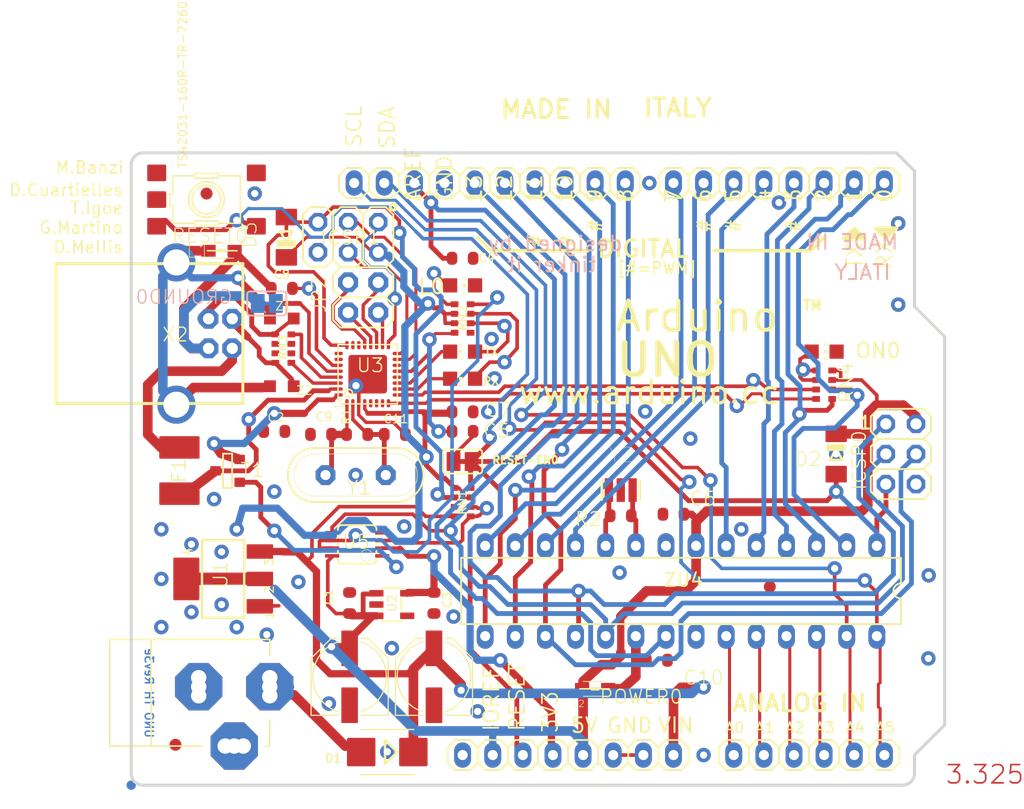
<source format=kicad_pcb>
(kicad_pcb (version 20240108) (generator "pcbnew") (generator_version "8.0")
  (layers (0 "F.Cu" signal) (31 "B.Cu" signal) (34 "B.Paste" user) (35 "F.Paste" user) (36 "B.SilkS" user "B.Silkscreen") (37 "F.SilkS" user "F.Silkscreen") (38 "B.Mask" user) (39 "F.Mask" user) (44 "Edge.Cuts" user))
  (net 0 "")
  (net 1 "+5V")
  (net 2 "GND")
  (net 3 "AREF")
  (net 4 "RESET")
  (net 5 "VIN")
  (net 6 "M8RXD")
  (net 7 "M8TXD")
  (net 8 "SCK")
  (net 9 "N$3")
  (net 10 "N$35")
  (net 11 "N$36")
  (net 12 "PWRIN")
  (net 13 "D-")
  (net 14 "D+")
  (net 15 "+3V3")
  (net 16 "MISO")
  (net 17 "MOSI")
  (net 18 "SS")
  (net 19 "DTR")
  (net 20 "GATE_CMD")
  (net 21 "CMP")
  (net 22 "USBVCC")
  (net 23 "XTAL2")
  (net 24 "XTAL1")
  (net 25 "TP_VUCAP")
  (net 26 "RD-")
  (net 27 "RD+")
  (net 28 "RESET2")
  (net 29 "MISO2")
  (net 30 "MOSI2")
  (net 31 "SCK2")
  (net 32 "USHIELD")
  (net 33 "UGND")
  (net 34 "XUSB")
  (net 35 "XT2")
  (net 36 "XT1")
  (net 37 "RXLED")
  (net 38 "TXLED")
  (net 39 "AD0")
  (net 40 "AD1")
  (net 41 "AD2")
  (net 42 "AD3")
  (net 43 "AD4/SDA")
  (net 44 "AD5/SCL")
  (net 45 "IO2")
  (net 46 "IO1")
  (net 47 "IO0")
  (net 48 "IO3")
  (net 49 "IO4")
  (net 50 "IO5")
  (net 51 "IO6")
  (net 52 "IO7")
  (net 53 "IO8")
  (net 54 "IO9")
  (net 55 "5-GND")
  (net 56 "N$1")
  (net 57 "PB4")
  (net 58 "PB5")
  (net 59 "PB6")
  (net 60 "PB7")
  (net 61 "L13")
  (net 62 "AVCC")
  (footprint "2X03" (layer "F.Cu") (at 179.1081 103.7336 -90)
    (property "Reference" "ICSP0")
    (property "Value" "3x2 M")
  )
  (footprint "MLF32" (layer "F.Cu") (at 134.1501 97.0026 90)
    (property "Reference" "U3")
    (property "Value" "ATMEGA16U2-MU(R)" (hide yes))
  )
  (footprint "TP-SP" (layer "F.Cu") (at 120.1801 94.8436)
    (property "Reference" "TP_UGND0" (hide yes))
    (property "Value" "TP_SP" (hide yes))
  )
  (footprint "CT_CN0603" (layer "F.Cu") (at 126.9111 92.3036 180)
    (property "Reference" "Z1")
    (property "Value" "CG0603MLC-05E")
  )
  (footprint "MINIMELF" (layer "F.Cu") (at 173.6471 103.7336 -90)
    (property "Reference" "D2")
    (property "Value" "CD1206-S01575")
  )
  (footprint "" (layer "F.Cu") (at 180.2511 96.1136)
    (property "Reference" "@HOLE0" (hide yes))
    (property "Value" "")
  )
  (footprint "MSOP08" (layer "F.Cu") (at 133.2611 111.3536 90)
    (property "Reference" "U5")
    (property "Value" "LMV358IDGKR")
  )
  (footprint "TP-SP" (layer "F.Cu") (at 140.6271 80.8736)
    (property "Reference" "GND_TP1" (hide yes))
    (property "Value" "TP_SP" (hide yes))
  )
  (footprint "TP-SP" (layer "F.Cu") (at 135.6741 105.5116)
    (property "Reference" "TP_XT4" (hide yes))
    (property "Value" "TP_SP" (hide yes))
  )
  (footprint "FIDUCIA-MOUNT" (layer "F.Cu") (at 117.9411 128.2636)
    (property "Reference" "FD3" (hide yes))
    (property "Value" "FIDUCIALMOUNT" (hide yes))
  )
  (footprint "TP-SP" (layer "F.Cu") (at 167.5511 129.1336)
    (property "Reference" "TP_A1" (hide yes))
    (property "Value" "TP_SP" (hide yes))
  )
  (footprint "TP-SP" (layer "F.Cu") (at 145.5801 92.9386)
    (property "Reference" "TP_TXL0" (hide yes))
    (property "Value" "TP_SP" (hide yes))
  )
  (footprint "TP-SP" (layer "F.Cu") (at 148.2471 80.8736)
    (property "Reference" "TP_11" (hide yes))
    (property "Value" "TP_SP" (hide yes))
  )
  (footprint "TP-SP" (layer "F.Cu") (at 132.4991 84.1756)
    (property "Reference" "TP_SCK2" (hide yes))
    (property "Value" "TP_SP" (hide yes))
  )
  (footprint "1X08" (layer "F.Cu") (at 168.8211 80.8736 180)
    (property "Reference" "IOL0" (hide yes))
    (property "Value" "8x1F-H8.5")
  )
  (footprint "TP-SP" (layer "F.Cu") (at 177.7111 129.1336)
    (property "Reference" "TP_A5" (hide yes))
    (property "Value" "TP_SP" (hide yes))
  )
  (footprint "CAY16" (layer "F.Cu") (at 142.1511 107.7976 90)
    (property "Reference" "RN1")
    (property "Value" "10K")
  )
  (footprint "TP-SP" (layer "F.Cu") (at 143.1671 80.8736)
    (property "Reference" "TP_13" (hide yes))
    (property "Value" "TP_SP" (hide yes))
  )
  (footprint "TP-SP" (layer "F.Cu") (at 122.7201 94.8436)
    (property "Reference" "TP_XUSB0" (hide yes))
    (property "Value" "TP_SP" (hide yes))
  )
  (footprint "TP-SP" (layer "F.Cu") (at 172.6311 129.1336)
    (property "Reference" "TP_A3" (hide yes))
    (property "Value" "TP_SP" (hide yes))
  )
  (footprint "CT_CN0603" (layer "F.Cu") (at 126.9111 98.0186 180)
    (property "Reference" "Z2")
    (property "Value" "CG0603MLC-05E")
  )
  (footprint "TP-SP" (layer "F.Cu") (at 133.0071 80.8736)
    (property "Reference" "TP_SCL0" (hide yes))
    (property "Value" "TP_SP" (hide yes))
  )
  (footprint "TP-SP" (layer "F.Cu") (at 147.2311 129.1336)
    (property "Reference" "TP_RESET0" (hide yes))
    (property "Value" "TP_SP" (hide yes))
  )
  (footprint "CHIP-LED0805" (layer "F.Cu") (at 172.6311 95.0976 -90)
    (property "Reference" "ON0")
    (property "Value" "GREEN")
  )
  (footprint "TS42" (layer "F.Cu") (at 120.5611 82.2706)
    (property "Reference" "RESET0")
    (property "Value" "TS42031-160R-TR-7260")
  )
  (footprint "TP-SP" (layer "F.Cu") (at 129.9591 84.1756)
    (property "Reference" "TP_RESET2" (hide yes))
    (property "Value" "TP_SP" (hide yes))
  )
  (footprint "TP-SP" (layer "F.Cu") (at 120.1801 92.3036)
    (property "Reference" "TP_D+0" (hide yes))
    (property "Value" "TP_SP" (hide yes))
  )
  (footprint "0805" (layer "F.Cu") (at 121.8311 86.5886 180)
    (property "Reference" "L1")
    (property "Value" "BLM21")
  )
  (footprint "C0603-ROUND" (layer "F.Cu") (at 126.9111 89.7636 180)
    (property "Reference" "C8")
    (property "Value" "1u")
  )
  (footprint "TP-SP" (layer "F.Cu") (at 175.1711 80.8736)
    (property "Reference" "TP_1" (hide yes))
    (property "Value" "TP_SP" (hide yes))
  )
  (footprint "2X03" (layer "F.Cu") (at 132.4991 85.4456 180)
    (property "Reference" "ICSP1")
    (property "Value" "3x2 M")
  )
  (footprint "SMB" (layer "F.Cu") (at 135.8011 128.8796 180)
    (property "Reference" "D1")
    (property "Value" "M7")
  )
  (footprint "PANASONIC_D" (layer "F.Cu") (at 139.7381 122.5296 90)
    (property "Reference" "PC1" (hide yes))
    (property "Value" "47u")
  )
  (footprint "TP-SP" (layer "F.Cu") (at 124.1171 100.8126)
    (property "Reference" "TP_USBVCC0" (hide yes))
    (property "Value" "TP_SP" (hide yes))
  )
  (footprint "L1812" (layer "F.Cu") (at 118.2751 105.1306 90)
    (property "Reference" "F1")
    (property "Value" "MF-MSMF050-2 500mA")
  )
  (footprint "C0603-ROUND" (layer "F.Cu") (at 132.6261 116.3066 -90)
    (property "Reference" "C1")
    (property "Value" "100n")
  )
  (footprint "TP-SP" (layer "F.Cu") (at 122.7201 92.3036)
    (property "Reference" "TP_D-0" (hide yes))
    (property "Value" "TP_SP" (hide yes))
  )
  (footprint "TP-SP" (layer "F.Cu") (at 165.0111 129.1336)
    (property "Reference" "TP_A0" (hide yes))
    (property "Value" "TP_SP" (hide yes))
  )
  (footprint "TP-SP" (layer "F.Cu") (at 152.3111 129.1336)
    (property "Reference" "TP_5V0" (hide yes))
    (property "Value" "TP_SP" (hide yes))
  )
  (footprint "TP-SP" (layer "F.Cu") (at 145.7071 80.8736)
    (property "Reference" "TP_12" (hide yes))
    (property "Value" "TP_SP" (hide yes))
  )
  (footprint "1X06" (layer "F.Cu") (at 171.3611 129.1336)
    (property "Reference" "AD0" (hide yes))
    (property "Value" "6x1F-H8.5")
  )
  (footprint "QS" (layer "F.Cu") (at 133.1341 105.5116 180)
    (property "Reference" "Y1")
    (property "Value" "16MHz")
  )
  (footprint "0805" (layer "F.Cu") (at 153.3271 123.5456)
    (property "Reference" "L2")
    (property "Value" "10uH")
  )
  (footprint "TP-SP" (layer "F.Cu") (at 114.2111 131.6736)
    (property "Reference" "ORIGIN0" (hide yes))
    (property "Value" "TP_SP" (hide yes))
  )
  (footprint "TP-SP" (layer "F.Cu") (at 154.2161 111.4806)
    (property "Reference" "TP_XT2" (hide yes))
    (property "Value" "TP_SP" (hide yes))
  )
  (footprint "C0603-ROUND" (layer "F.Cu") (at 142.1511 101.8286)
    (property "Reference" "C5")
    (property "Value" "100n")
  )
  (footprint "C0603-ROUND" (layer "F.Cu") (at 139.7381 116.3066 90)
    (property "Reference" "C3")
    (property "Value" "1u")
  )
  (footprint "RESONATOR" (layer "F.Cu") (at 155.4861 106.7816)
    (property "Reference" "Y2")
    (property "Value" "CSTCE16M0V53-R0 16MHZ")
  )
  (footprint "C0603-ROUND" (layer "F.Cu") (at 126.2761 101.8286 180)
    (property "Reference" "C2")
    (property "Value" "100n")
  )
  (footprint "TP-SP" (layer "F.Cu") (at 165.2651 99.6696)
    (property "Reference" "TP_TX0" (hide yes))
    (property "Value" "TP_SP" (hide yes))
  )
  (footprint "MINIMELF" (layer "F.Cu") (at 127.2921 85.4456 90)
    (property "Reference" "D3")
    (property "Value" "CD1206-S01575")
  )
  (footprint "TP-SP" (layer "F.Cu") (at 135.0391 91.7956)
    (property "Reference" "TP_PB4" (hide yes))
    (property "Value" "TP_SP" (hide yes))
  )
  (footprint "TP-SP" (layer "F.Cu") (at 170.0911 129.1336)
    (property "Reference" "TP_A2" (hide yes))
    (property "Value" "TP_SP" (hide yes))
  )
  (footprint "1X08" (layer "F.Cu") (at 151.0411 129.1336)
    (property "Reference" "POWER0")
    (property "Value" "8x1F-H8.5")
  )
  (footprint "TP-SP" (layer "F.Cu") (at 132.4991 89.2556)
    (property "Reference" "TP_PB7" (hide yes))
    (property "Value" "TP_SP" (hide yes))
  )
  (footprint "TP-SP" (layer "F.Cu") (at 129.1971 89.7636)
    (property "Reference" "TP_VUCAP0" (hide yes))
    (property "Value" "TP_SP" (hide yes))
  )
  (footprint "TP-SP" (layer "F.Cu") (at 180.3781 101.1936)
    (property "Reference" "TP_5V1" (hide yes))
    (property "Value" "TP_SP" (hide yes))
  )
  (footprint "TP-SP" (layer "F.Cu") (at 175.1711 129.1336)
    (property "Reference" "TP_A4" (hide yes))
    (property "Value" "TP_SP" (hide yes))
  )
  (footprint "C0603-ROUND" (layer "F.Cu") (at 158.5341 121.1326 180)
    (property "Reference" "C10")
    (property "Value" "100n")
  )
  (footprint "TP-SP" (layer "F.Cu") (at 123.2281 88.8746)
    (property "Reference" "TP_USH0" (hide yes))
    (property "Value" "TP_SP" (hide yes))
  )
  (footprint "R0603-ROUND" (layer "F.Cu") (at 155.4861 108.9406 180)
    (property "Reference" "R2")
    (property "Value" "1M")
  )
  (footprint "TP-SP" (layer "F.Cu") (at 157.3911 129.1336)
    (property "Reference" "GND_TP0" (hide yes))
    (property "Value" "TP_SP" (hide yes))
  )
  (footprint "DIL28-3" (layer "F.Cu") (at 160.5661 115.2906 180)
    (property "Reference" "ZU4")
    (property "Value" "ATMEGA328P-PU")
  )
  (footprint "TP-SP" (layer "F.Cu") (at 132.4991 86.7156)
    (property "Reference" "TP_MOSI2" (hide yes))
    (property "Value" "TP_SP" (hide yes))
  )
  (footprint "CAY16" (layer "F.Cu") (at 142.1511 92.3036 -90)
    (property "Reference" "RN2")
    (property "Value" "1K")
  )
  (footprint "TP-SP" (layer "F.Cu") (at 156.7561 111.4806)
    (property "Reference" "TP_XT1" (hide yes))
    (property "Value" "TP_SP" (hide yes))
  )
  (footprint "TP-SP" (layer "F.Cu") (at 135.0391 84.1756)
    (property "Reference" "TP_MISO2" (hide yes))
    (property "Value" "TP_SP" (hide yes))
  )
  (footprint "TP-SP" (layer "F.Cu") (at 140.1191 101.8286)
    (property "Reference" "TP_DTR0" (hide yes))
    (property "Value" "TP_SP" (hide yes))
  )
  (footprint "TP-SP" (layer "F.Cu") (at 159.9311 80.8736)
    (property "Reference" "TP_7" (hide yes))
    (property "Value" "TP_SP" (hide yes))
  )
  (footprint "TP-SP" (layer "F.Cu") (at 172.6311 80.8736)
    (property "Reference" "TP_2" (hide yes))
    (property "Value" "TP_SP" (hide yes))
  )
  (footprint "TP-SP" (layer "F.Cu") (at 127.4191 123.4186)
    (property "Reference" "TP_PWRIN0" (hide yes))
    (property "Value" "TP_SP" (hide yes))
  )
  (footprint "CAY16" (layer "F.Cu") (at 127.0381 94.8436 90)
    (property "Reference" "RN3")
    (property "Value" "22R")
  )
  (footprint "1X10" (layer "F.Cu") (at 144.4371 80.8736 180)
    (property "Reference" "IOH0" (hide yes))
    (property "Value" "10x1F-H8.5")
  )
  (footprint "C0603-ROUND" (layer "F.Cu") (at 142.1511 100.1776)
    (property "Reference" "C7")
    (property "Value" "100n")
  )
  (footprint "TP-SP" (layer "F.Cu") (at 150.7871 80.8736)
    (property "Reference" "TP_10" (hide yes))
    (property "Value" "TP_SP" (hide yes))
  )
  (footprint "TP-SP" (layer "F.Cu") (at 144.1831 108.3056)
    (property "Reference" "TP_CMP0" (hide yes))
    (property "Value" "TP_SP" (hide yes))
  )
  (footprint "TP-SP" (layer "F.Cu") (at 166.6621 97.5106)
    (property "Reference" "TP_RX0" (hide yes))
    (property "Value" "TP_SP" (hide yes))
  )
  (footprint "TP-SP" (layer "F.Cu") (at 135.0391 89.2556)
    (property "Reference" "TP_PB5" (hide yes))
    (property "Value" "TP_SP" (hide yes))
  )
  (footprint "TP-SP" (layer "F.Cu") (at 149.7711 129.1336)
    (property "Reference" "TP_3V3" (hide yes))
    (property "Value" "TP_SP" (hide yes))
  )
  (footprint "CAY16" (layer "F.Cu") (at 172.6311 97.8916 90)
    (property "Reference" "RN4")
    (property "Value" "1K")
  )
  (footprint "TP-SP" (layer "F.Cu") (at 155.8671 80.8736)
    (property "Reference" "TP_8" (hide yes))
    (property "Value" "TP_SP" (hide yes))
  )
  (footprint "TP-SP" (layer "F.Cu") (at 145.5801 95.9866)
    (property "Reference" "TP_RXL0" (hide yes))
    (property "Value" "TP_SP" (hide yes))
  )
  (footprint "TP-SP" (layer "F.Cu") (at 132.4991 91.7956)
    (property "Reference" "TP_PB6" (hide yes))
    (property "Value" "TP_SP" (hide yes))
  )
  (footprint "POWERSUPPLY_DC-21MM" (layer "F.Cu") (at 119.5451 123.2916 90)
    (property "Reference" "X1" (hide yes))
    (property "Value" "POWERSUPPLY_DC21MMX")
  )
  (footprint "C0603-ROUND" (layer "F.Cu") (at 136.4361 102.0826)
    (property "Reference" "C11")
    (property "Value" "22p")
  )
  (footprint "PN61729" (layer "F.Cu") (at 118.0211 93.5736 -90)
    (property "Reference" "X2")
    (property "Value" "USB-B_TH")
  )
  (footprint "SJ" (layer "F.Cu") (at 142.1511 104.3686)
    (property "Reference" "RESET-EN0")
    (property "Value" "")
  )
  (footprint "TP-SP" (layer "F.Cu") (at 138.0871 80.8736)
    (property "Reference" "TP_AREF0" (hide yes))
    (property "Value" "TP_SP" (hide yes))
  )
  (footprint "TP-SP" (layer "F.Cu") (at 162.4711 80.8736)
    (property "Reference" "TP_6" (hide yes))
    (property "Value" "TP_SP" (hide yes))
  )
  (footprint "TP-SP" (layer "F.Cu") (at 177.7111 80.8736)
    (property "Reference" "TP_0" (hide yes))
    (property "Value" "TP_SP" (hide yes))
  )
  (footprint "R0603-ROUND" (layer "F.Cu") (at 133.2611 102.0826)
    (property "Reference" "R1")
    (property "Value" "1M")
  )
  (footprint "TP-SP" (layer "F.Cu") (at 135.5471 80.8736)
    (property "Reference" "TP_SDA0" (hide yes))
    (property "Value" "TP_SP" (hide yes))
  )
  (footprint "CHIP-LED0805" (layer "F.Cu") (at 142.1511 89.5096 -90)
    (property "Reference" "L0")
    (property "Value" "YELLOW")
  )
  (footprint "TP-SP" (layer "F.Cu") (at 170.8531 96.6216)
    (property "Reference" "TP_ONL0" (hide yes))
    (property "Value" "TP_SP" (hide yes))
  )
  (footprint "" (layer "F.Cu") (at 128.1811 129.1336)
    (property "Reference" "@HOLE3" (hide yes))
    (property "Value" "")
  )
  (footprint "" (layer "F.Cu") (at 129.4511 80.8736)
    (property "Reference" "@HOLE2" (hide yes))
    (property "Value" "")
  )
  (footprint "PANASONIC_D" (layer "F.Cu") (at 132.6261 122.5296 90)
    (property "Reference" "PC2" (hide yes))
    (property "Value" "47u")
  )
  (footprint "FIDUCIA-MOUNT" (layer "F.Cu") (at 168.0511 114.9326)
    (property "Reference" "FD2" (hide yes))
    (property "Value" "FIDUCIALMOUNT" (hide yes))
  )
  (footprint "SOT-23" (layer "F.Cu") (at 122.3391 105.1306 -90)
    (property "Reference" "T1")
    (property "Value" "FDN340P")
  )
  (footprint "C0603-ROUND" (layer "F.Cu") (at 159.9311 108.8136)
    (property "Reference" "C6")
    (property "Value" "100n")
  )
  (footprint "TP-SP" (layer "F.Cu") (at 165.0111 80.8736)
    (property "Reference" "TP_5" (hide yes))
    (property "Value" "TP_SP" (hide yes))
  )
  (footprint "TP-SP" (layer "F.Cu") (at 130.5941 105.5116)
    (property "Reference" "TP_XT3" (hide yes))
    (property "Value" "TP_SP" (hide yes))
  )
  (footprint "C0603-ROUND" (layer "F.Cu") (at 130.2131 102.0826 180)
    (property "Reference" "C9")
    (property "Value" "22p")
  )
  (footprint "TP-SP" (layer "F.Cu") (at 153.3271 80.8736)
    (property "Reference" "TP_9" (hide yes))
    (property "Value" "TP_SP" (hide yes))
  )
  (footprint "C0603-ROUND" (layer "F.Cu") (at 142.1511 87.2236 180)
    (property "Reference" "C4")
    (property "Value" "100n")
  )
  (footprint "SOT223" (layer "F.Cu") (at 121.9581 114.2746 90)
    (property "Reference" "U1")
    (property "Value" "NCP1117ST50T3G")
  )
  (footprint "TP-SP" (layer "F.Cu") (at 133.1341 110.5916)
    (property "Reference" "TP_LCMD0" (hide yes))
    (property "Value" "TP_SP" (hide yes))
  )
  (footprint "CHIP-LED0805" (layer "F.Cu") (at 142.1511 97.3836 90)
    (property "Reference" "RX0" (hide yes))
    (property "Value" "YELLOW")
  )
  (footprint "TP-SP" (layer "F.Cu") (at 139.7381 88.4936)
    (property "Reference" "TP_LL0" (hide yes))
    (property "Value" "TP_SP" (hide yes))
  )
  (footprint "TP-SP" (layer "F.Cu") (at 126.2761 110.2106)
    (property "Reference" "TP_GATE0" (hide yes))
    (property "Value" "TP_SP" (hide yes))
  )
  (footprint "CHIP-LED0805" (layer "F.Cu") (at 142.1511 95.0976 90)
    (property "Reference" "TX0" (hide yes))
    (property "Value" "YELLOW")
  )
  (footprint "" (layer "F.Cu") (at 180.2511 124.0536)
    (property "Reference" "@HOLE1" (hide yes))
    (property "Value" "")
  )
  (footprint "TP-SP" (layer "F.Cu") (at 159.9311 129.1336)
    (property "Reference" "TP_VIN0" (hide yes))
    (property "Value" "TP_SP" (hide yes))
  )
  (footprint "TP-SP" (layer "F.Cu") (at 167.5511 80.8736)
    (property "Reference" "TP_4" (hide yes))
    (property "Value" "TP_SP" (hide yes))
  )
  (footprint "FIDUCIA-MOUNT" (layer "F.Cu") (at 120.5611 81.7626)
    (property "Reference" "FD1" (hide yes))
    (property "Value" "FIDUCIALMOUNT" (hide yes))
  )
  (footprint "SOT23-DBV" (layer "F.Cu") (at 136.1821 116.4336 -90)
    (property "Reference" "U2")
    (property "Value" "LP2985-33DBVR")
  )
  (footprint "2X02" (layer "F.Cu") (at 133.7691 90.5256 90)
    (property "Reference" "JP2")
    (property "Value" "2x2 M - NM")
  )
  (footprint "TP-SP" (layer "F.Cu") (at 170.0911 80.8736)
    (property "Reference" "TP_3" (hide yes))
    (property "Value" "TP_SP" (hide yes))
  )
  (footprint "SJ" (layer "B.Cu") (at 125.6411 91.0336 180)
    (property "Reference" "GROUND0")
    (property "Value" "")
  )
  (gr_line (start 178.7271 84.6836) (end 176.9491 84.6836) (stroke (width 0.3048)) (layer "F.SilkS"))
  (gr_line (start 175.6791 85.4456) (end 174.9171 85.4456) (stroke (width 0.3048)) (layer "F.SilkS"))
  (gr_line (start 177.8381 85.0646) (end 177.8381 85.1916) (stroke (width 0.3048)) (layer "F.SilkS"))
  (gr_line (start 171.4881 86.5886) (end 163.3601 86.5886) (stroke (width 0.3048)) (layer "F.SilkS"))
  (gr_line (start 178.3461 84.8106) (end 177.8381 85.3186) (stroke (width 0.3048)) (layer "F.SilkS"))
  (gr_line (start 177.8381 85.3186) (end 177.4571 84.9376) (stroke (width 0.3048)) (layer "F.SilkS"))
  (gr_line (start 177.8381 85.5726) (end 178.7271 84.6836) (stroke (width 0.3048)) (layer "F.SilkS"))
  (gr_line (start 176.9491 84.6836) (end 177.8381 85.5726) (stroke (width 0.3048)) (layer "F.SilkS"))
  (gr_line (start 174.9171 85.4456) (end 175.2981 85.1916) (stroke (width 0.3048)) (layer "F.SilkS"))
  (gr_line (start 175.1711 84.6836) (end 174.2821 85.5726) (stroke (width 0.3048)) (layer "F.SilkS"))
  (gr_circle (center 136.3091 82.9056) (end 136.5631 82.9056) (stroke (width 0.254)) (fill none) (layer "F.SilkS"))
  (gr_line (start 174.6631 85.4456) (end 175.1711 84.9376) (stroke (width 0.3048)) (layer "F.SilkS"))
  (gr_line (start 144.5641 86.5886) (end 143.4211 85.4456) (stroke (width 0.3048)) (layer "F.SilkS"))
  (gr_line (start 177.4571 84.9376) (end 177.9651 84.9376) (stroke (width 0.3048)) (layer "F.SilkS"))
  (gr_line (start 175.1711 84.9376) (end 175.6791 85.4456) (stroke (width 0.3048)) (layer "F.SilkS"))
  (gr_line (start 172.6311 85.4456) (end 171.4881 86.5886) (stroke (width 0.3048)) (layer "F.SilkS"))
  (gr_line (start 174.2821 85.5726) (end 176.0601 85.5726) (stroke (width 0.3048)) (layer "F.SilkS"))
  (gr_line (start 176.0601 85.5726) (end 175.1711 84.6836) (stroke (width 0.3048)) (layer "F.SilkS"))
  (gr_line (start 152.6921 86.5886) (end 144.5641 86.5886) (stroke (width 0.3048)) (layer "F.SilkS"))
  (gr_line (start 177.3301 84.8106) (end 178.3461 84.8106) (stroke (width 0.3048)) (layer "F.SilkS"))
  (gr_arc (start 115.2111 131.6736) (mid 114.503993 131.380707) (end 114.2111 130.6736) (stroke (width 0.254)) (layer "Edge.Cuts"))
  (gr_line (start 180.2511 129.1336) (end 180.2511 130.6736) (stroke (width 0.254)) (layer "Edge.Cuts"))
  (gr_line (start 180.2511 91.2876) (end 182.7911 93.8276) (stroke (width 0.254)) (layer "Edge.Cuts"))
  (gr_line (start 114.2111 130.6736) (end 114.2111 79.3336) (stroke (width 0.254)) (layer "Edge.Cuts"))
  (gr_line (start 179.2511 131.6736) (end 115.2111 131.6736) (stroke (width 0.254)) (layer "Edge.Cuts"))
  (gr_line (start 180.2511 79.8576) (end 180.2511 91.2876) (stroke (width 0.254)) (layer "Edge.Cuts"))
  (gr_line (start 178.7271 78.3336) (end 180.2511 79.8576) (stroke (width 0.254)) (layer "Edge.Cuts"))
  (gr_line (start 115.2111 78.3336) (end 178.7271 78.3336) (stroke (width 0.254)) (layer "Edge.Cuts"))
  (gr_line (start 182.7911 126.5936) (end 180.2511 129.1336) (stroke (width 0.254)) (layer "Edge.Cuts"))
  (gr_arc (start 180.2511 130.6736) (mid 179.958207 131.380707) (end 179.2511 131.6736) (stroke (width 0.254)) (layer "Edge.Cuts"))
  (gr_line (start 182.7911 93.8276) (end 182.7911 126.5936) (stroke (width 0.254)) (layer "Edge.Cuts"))
  (gr_arc (start 114.2111 79.3336) (mid 114.503993 78.626493) (end 115.2111 78.3336) (stroke (width 0.254)) (layer "Edge.Cuts"))
  (gr_text "3.325" (at 182.7911 131.6736 0) (layer "F.Cu") (effects (font (size 1.542288 1.542288) (thickness 0.134112)) (justify left bottom)))
  (gr_text "UNO TH Rev3e" (at 116.1161 127.751067 -90) (layer "B.Cu") (effects (font (size 0.69088 0.69088) (thickness 0.12192)) (justify left top mirror)))
  (gr_text "MADE IN" (at 178.9811 86.5886 0) (layer "B.SilkS") (effects (font (size 1.251712 1.251712) (thickness 0.170688)) (justify left bottom mirror)))
  (gr_text "ITALY" (at 178.3461 89.1286 0) (layer "B.SilkS") (effects (font (size 1.251712 1.251712) (thickness 0.170688)) (justify left bottom mirror)))
  (gr_text "designed by" (at 155.7401 86.7156 0) (layer "B.SilkS") (effects (font (size 1.251712 1.251712) (thickness 0.170688)) (justify left bottom mirror)))
  (gr_text "tinker it" (at 153.5811 88.4936 0) (layer "B.SilkS") (effects (font (size 1.251712 1.251712) (thickness 0.170688)) (justify left bottom mirror)))
  (gr_text "3" (at 169.3291 82.6516 90) (layer "F.SilkS") (effects (font (size 1.251712 1.251712) (thickness 0.170688)) (justify left top)))
  (gr_text "AREF" (at 137.2279 82.5114 90) (layer "F.SilkS") (effects (font (size 1.28016 1.28016) (thickness 0.14224)) (justify left top)))
  (gr_text "A1" (at 166.7397 127.3434 0) (layer "F.SilkS") (effects (font (size 0.89408 0.89408) (thickness 0.12192)) (justify left bottom)))
  (gr_text "GND" (at 139.8841 82.5368 90) (layer "F.SilkS") (effects (font (size 1.28016 1.28016) (thickness 0.14224)) (justify left top)))
  (gr_text "A3" (at 171.8197 127.3434 0) (layer "F.SilkS") (effects (font (size 0.89408 0.89408) (thickness 0.12192)) (justify left bottom)))
  (gr_text "5" (at 164.2491 82.6516 90) (layer "F.SilkS") (effects (font (size 1.251712 1.251712) (thickness 0.170688)) (justify left top)))
  (gr_text "A5" (at 176.8997 127.3434 0) (layer "F.SilkS") (effects (font (size 0.89408 0.89408) (thickness 0.12192)) (justify left bottom)))
  (gr_text "D.Mellis" (at 107.573137 85.6996 0) (layer "F.SilkS") (effects (font (size 1.00584 1.00584) (thickness 0.13716)) (justify left top)))
  (gr_text "G.Martino" (at 106.375708 84.0486 0) (layer "F.SilkS") (effects (font (size 1.00584 1.00584) (thickness 0.13716)) (justify left top)))
  (gr_text "M.Banzi" (at 107.745132 78.9686 0) (layer "F.SilkS") (effects (font (size 1.00584 1.00584) (thickness 0.13716)) (justify left top)))
  (gr_text "DIGITAL" (at 153.3635 87.2594 0) (layer "F.SilkS") (effects (font (size 1.42494 1.42494) (thickness 0.25146)) (justify left bottom)))
  (gr_text "A0" (at 164.1997 127.3434 0) (layer "F.SilkS") (effects (font (size 0.89408 0.89408) (thickness 0.12192)) (justify left bottom)))
  (gr_text "www.arduino.cc" (at 146.7231 99.6696 0) (layer "F.SilkS") (effects (font (size 1.922272 1.922272) (thickness 0.262128)) (justify left bottom)))
  (gr_text "TX" (at 175.9287 88.2274 90) (layer "F.SilkS") (effects (font (size 1.28016 1.28016) (thickness 0.14224)) (justify left bottom)))
  (gr_text "3V3" (at 150.2791 127.3556 90) (layer "F.SilkS") (effects (font (size 1.28016 1.28016) (thickness 0.14224)) (justify left bottom)))
  (gr_text "[#=PWM]" (at 155.1051 88.6206 0) (layer "F.SilkS") (effects (font (size 0.972312 0.972312) (thickness 0.145288)) (justify left bottom)))
  (gr_text "D.Cuartielles" (at 103.837158 80.8736 0) (layer "F.SilkS") (effects (font (size 1.00584 1.00584) (thickness 0.13716)) (justify left top)))
  (gr_text "T.Igoe" (at 109.010051 82.3976 0) (layer "F.SilkS") (effects (font (size 1.00584 1.00584) (thickness 0.13716)) (justify left top)))
  (gr_text "10" (at 150.0251 82.6516 90) (layer "F.SilkS") (effects (font (size 1.251712 1.251712) (thickness 0.170688)) (justify left top)))
  (gr_text "VIN" (at 158.5341 127.3556 0) (layer "F.SilkS") (effects (font (size 1.251712 1.251712) (thickness 0.170688)) (justify left bottom)))
  (gr_text "TX" (at 143.91415 94.7166 0) (layer "F.SilkS") (effects (font (size 0.69088 0.69088) (thickness 0.12192)) (justify left top)))
  (gr_text "5V" (at 151.1681 127.3556 0) (layer "F.SilkS") (effects (font (size 1.251712 1.251712) (thickness 0.170688)) (justify left bottom)))
  (gr_text "8" (at 155.1051 82.6516 90) (layer "F.SilkS") (effects (font (size 1.251712 1.251712) (thickness 0.170688)) (justify left top)))
  (gr_text "ITALY" (at 157.2641 75.4126 0) (layer "F.SilkS") (effects (font (size 1.5113 1.5113) (thickness 0.2667)) (justify left bottom)))
  (gr_text "GND" (at 154.2245 127.3688 0) (layer "F.SilkS") (effects (font (size 1.251712 1.251712) (thickness 0.170688)) (justify left bottom)))
  (gr_text "12" (at 144.9451 82.6516 90) (layer "F.SilkS") (effects (font (size 1.251712 1.251712) (thickness 0.170688)) (justify left top)))
  (gr_text "#" (at 148.8821 86.3346 90) (layer "F.SilkS") (effects (font (size 0.972312 0.972312) (thickness 0.145288)) (justify left bottom)))
  (gr_text "7" (at 159.1691 82.6516 90) (layer "F.SilkS") (effects (font (size 1.251712 1.251712) (thickness 0.170688)) (justify left top)))
  (gr_text "RESET" (at 147.4851 127.2286 90) (layer "F.SilkS") (effects (font (size 1.28016 1.28016) (thickness 0.14224)) (justify left bottom)))
  (gr_text "MADE IN" (at 145.1991 75.5396 0) (layer "F.SilkS") (effects (font (size 1.5113 1.5113) (thickness 0.2667)) (justify left bottom)))
  (gr_text "ANALOG IN" (at 164.7571 125.5776 0) (layer "F.SilkS") (effects (font (size 1.42494 1.42494) (thickness 0.25146)) (justify left bottom)))
  (gr_text "A4" (at 174.3597 127.3434 0) (layer "F.SilkS") (effects (font (size 0.89408 0.89408) (thickness 0.12192)) (justify left bottom)))
  (gr_text "13" (at 142.4051 82.6516 90) (layer "F.SilkS") (effects (font (size 1.251712 1.251712) (thickness 0.170688)) (justify left top)))
  (gr_text "RX" (at 178.4731 88.2396 90) (layer "F.SilkS") (effects (font (size 1.28016 1.28016) (thickness 0.14224)) (justify left bottom)))
  (gr_text "Arduino" (at 154.8511 93.5736 0) (layer "F.SilkS") (effects (font (size 2.45872 2.45872) (thickness 0.33528)) (justify left bottom)))
  (gr_text "#" (at 165.5191 85.0646 90) (layer "F.SilkS") (effects (font (size 0.972312 0.972312) (thickness 0.145288)) (justify left bottom)))
  (gr_text "SDA" (at 136.5333 78.0928 90) (layer "F.SilkS") (effects (font (size 1.28016 1.28016) (thickness 0.14224)) (justify left bottom)))
  (gr_text "2" (at 171.8691 82.6516 90) (layer "F.SilkS") (effects (font (size 1.251712 1.251712) (thickness 0.170688)) (justify left top)))
  (gr_text "RX" (at 143.8021 98.0186 0) (layer "F.SilkS") (effects (font (size 0.69088 0.69088) (thickness 0.12192)) (justify left bottom)))
  (gr_text "9" (at 152.5651 82.6516 90) (layer "F.SilkS") (effects (font (size 1.251712 1.251712) (thickness 0.170688)) (justify left top)))
  (gr_text "1" (at 174.4091 82.6516 90) (layer "F.SilkS") (effects (font (size 1.251712 1.251712) (thickness 0.170688)) (justify left top)))
  (gr_text "A2" (at 169.2797 127.3434 0) (layer "F.SilkS") (effects (font (size 0.89408 0.89408) (thickness 0.12192)) (justify left bottom)))
  (gr_text "#" (at 163.1061 85.0646 90) (layer "F.SilkS") (effects (font (size 0.972312 0.972312) (thickness 0.145288)) (justify left bottom)))
  (gr_text "6" (at 161.7091 82.6516 90) (layer "F.SilkS") (effects (font (size 1.251712 1.251712) (thickness 0.170688)) (justify left top)))
  (gr_text "IOREF" (at 145.3261 127.2286 90) (layer "F.SilkS") (effects (font (size 1.28016 1.28016) (thickness 0.14224)) (justify left bottom)))
  (gr_text "#" (at 151.4221 86.3346 90) (layer "F.SilkS") (effects (font (size 0.972312 0.972312) (thickness 0.145288)) (justify left bottom)))
  (gr_text "1" (at 175.4575 101.7292 0) (layer "F.SilkS") (effects (font (size 1.0795 1.0795) (thickness 0.1905)) (justify left bottom)))
  (gr_text "UNO" (at 154.8511 97.3836 0) (layer "F.SilkS") (effects (font (size 2.69875 2.69875) (thickness 0.47625)) (justify left bottom)))
  (gr_text "TM" (at 170.7261 91.6686 0) (layer "F.SilkS") (effects (font (size 0.8128 0.8128) (thickness 0.2032)) (justify left bottom)))
  (gr_text "SCL" (at 133.7393 77.9658 90) (layer "F.SilkS") (effects (font (size 1.28016 1.28016) (thickness 0.14224)) (justify left bottom)))
  (gr_text "0" (at 176.9491 82.6516 90) (layer "F.SilkS") (effects (font (size 1.251712 1.251712) (thickness 0.170688)) (justify left top)))
  (gr_text "11" (at 147.4851 82.6516 90) (layer "F.SilkS") (effects (font (size 1.251712 1.251712) (thickness 0.170688)) (justify left top)))
  (gr_text "#" (at 170.5991 85.0646 90) (layer "F.SilkS") (effects (font (size 0.972312 0.972312) (thickness 0.145288)) (justify left bottom)))
  (gr_text "4" (at 166.7891 82.6516 90) (layer "F.SilkS") (effects (font (size 1.251712 1.251712) (thickness 0.170688)) (justify left top)))
  (gr_text "#" (at 153.8351 85.0646 90) (layer "F.SilkS") (effects (font (size 0.972312 0.972312) (thickness 0.145288)) (justify left bottom)))
  (segment (start 161.8361 111.4806) (end 161.8361 114.4016) (width 0.8128) (layer "F.Cu") (net 1))
  (segment (start 132.9941 119.9896) (end 132.6261 120.1296) (width 0.6096) (layer "F.Cu") (net 1))
  (segment (start 141.4761 106.5976) (end 141.8655 106.5976) (width 0.254) (layer "F.Cu") (net 1))
  (segment (start 125.3871 101.1936) (end 125.3871 101.8286) (width 0.6096) (layer "F.Cu") (net 1))
  (segment (start 130.7846 116.4971) (end 130.7846 112.7741) (width 0.3048) (layer "F.Cu") (net 1))
  (segment (start 133.9001 99.9276) (end 133.9001 99.4526) (width 0.2794) (layer "F.Cu") (net 1))
  (segment (start 118.8591 114.2746) (end 120.0531 114.2746) (width 1.016) (layer "F.Cu") (net 1))
  (segment (start 161.4551 108.8136) (end 161.9631 109.3216) (width 0.6096) (layer "F.Cu") (net 1))
  (segment (start 135.0391 86.7156) (end 134.5311 86.7156) (width 0.254) (layer "F.Cu") (net 1))
  (segment (start 125.3871 101.8286) (end 125.2601 101.9556) (width 0.6096) (layer "F.Cu") (net 1))
  (segment (start 138.8491 100.1639) (end 137.2391 100.1639) (width 0.4064) (layer "F.Cu") (net 1))
  (segment (start 137.0984 100.3046) (end 134.1501 100.3046) (width 0.4064) (layer "F.Cu") (net 1))
  (segment (start 133.7691 115.5446) (end 134.8211 115.5446) (width 0.4064) (layer "F.Cu") (net 1))
  (segment (start 152.3111 123.3756) (end 152.2271 123.5456) (width 0.8128) (layer "F.Cu") (net 1))
  (segment (start 155.4861 117.4496) (end 155.4861 120.4976) (width 0.6096) (layer "F.Cu") (net 1))
  (segment (start 175.8061 108.5596) (end 176.3141 108.0516) (width 0.8128) (layer "F.Cu") (net 1))
  (segment (start 160.9471 115.2906) (end 157.6451 115.2906) (width 0.8128) (layer "F.Cu") (net 1))
  (segment (start 123.3551 104.1908) (end 121.7803 103.6828) (width 0.8128) (layer "F.Cu") (net 1))
  (segment (start 134.1501 100.3046) (end 133.9001 99.9276) (width 0.2794) (layer "F.Cu") (net 1))
  (segment (start 175.7871 97.4916) (end 174.0281 97.4916) (width 0.3048) (layer "F.Cu") (net 1))
  (segment (start 121.7803 103.6828) (end 121.1961 102.8446) (width 0.8128) (layer "F.Cu") (net 1))
  (segment (start 140.1381 91.3956) (end 140.6461 91.9036) (width 0.4064) (layer "F.Cu") (net 1))
  (segment (start 131.4831 117.1956) (end 130.7846 116.4971) (width 0.3048) (layer "F.Cu") (net 1))
  (segment (start 139.1031 104.7006) (end 140.1681 105.7656) (width 0.4064) (layer "F.Cu") (net 1))
  (segment (start 133.7691 117.3836) (end 133.7691 115.5446) (width 0.4064) (layer "F.Cu") (net 1))
  (segment (start 140.6441 105.7656) (end 141.4761 106.5976) (width 0.4064) (layer "F.Cu") (net 1))
  (segment (start 140.6841 92.7036) (end 141.4761 92.7036) (width 0.3048) (layer "F.Cu") (net 1))
  (segment (start 157.6451 115.2906) (end 155.4861 117.4496) (width 0.8128) (layer "F.Cu") (net 1))
  (segment (start 132.6261 119.3546) (end 134.5971 117.3836) (width 0.6096) (layer "F.Cu") (net 1))
  (segment (start 139.2301 91.0336) (end 139.7381 91.4146) (width 0.4064) (layer "F.Cu") (net 1))
  (segment (start 141.1488 100.2909) (end 141.2621 100.1776) (width 0.6096) (layer "F.Cu") (net 1))
  (segment (start 179.3113 99.6188) (end 180.3781 100.5586) (width 0.8128) (layer "F.Cu") (net 1))
  (segment (start 120.0785 114.2492) (end 125.2347 114.2492) (width 1.016) (layer "F.Cu") (net 1))
  (segment (start 138.9761 103.4796) (end 138.9761 100.2909) (width 0.4064) (layer "F.Cu") (net 1))
  (segment (start 177.0761 98.7806) (end 175.7871 97.4916) (width 0.3048) (layer "F.Cu") (net 1))
  (segment (start 173.9711 96.6916) (end 173.3061 96.6916) (width 0.3048) (layer "F.Cu") (net 1))
  (segment (start 160.8201 108.8136) (end 161.4551 108.8136) (width 0.6096) (layer "F.Cu") (net 1))
  (segment (start 152.3111 129.1336) (end 152.3111 123.6296) (width 0.8128) (layer "F.Cu") (net 1))
  (segment (start 176.3141 102.2096) (end 176.3141 100.3046) (width 0.8128) (layer "F.Cu") (net 1))
  (segment (start 131.1891 112.3696) (end 131.1491 112.3296) (width 0.3048) (layer "F.Cu") (net 1))
  (segment (start 176.1381 102.0336) (end 173.6471 102.0336) (width 0.8128) (layer "F.Cu") (net 1))
  (segment (start 138.9761 100.2909) (end 138.8491 100.1639) (width 0.4064) (layer "F.Cu") (net 1))
  (segment (start 132.6261 117.1956) (end 131.4831 117.1956) (width 0.3048) (layer "F.Cu") (net 1))
  (segment (start 180.3781 101.1936) (end 180.2511 101.1936) (width 0.508) (layer "F.Cu") (net 1))
  (segment (start 139.1031 103.9876) (end 138.9761 103.4796) (width 0.4064) (layer "F.Cu") (net 1))
  (segment (start 180.3781 100.5586) (end 180.3781 101.1936) (width 0.8128) (layer "F.Cu") (net 1))
  (segment (start 132.8141 117.3836) (end 132.6261 117.1956) (width 0.6096) (layer "F.Cu") (net 1))
  (segment (start 134.8211 115.5446) (end 134.8821 115.4836) (width 0.4064) (layer "F.Cu") (net 1))
  (segment (start 177.0761 99.6188) (end 177.0761 98.7806) (width 0.3048) (layer "F.Cu") (net 1))
  (segment (start 133.7691 117.3836) (end 132.8141 117.3836) (width 0.6096) (layer "F.Cu") (net 1))
  (segment (start 176.9999 99.6188) (end 177.0761 99.6188) (width 0.8128) (layer "F.Cu") (net 1))
  (segment (start 174.0281 96.7486) (end 173.9711 96.6916) (width 0.3048) (layer "F.Cu") (net 1))
  (segment (start 161.9631 109.3216) (end 162.7251 108.5596) (width 0.8128) (layer "F.Cu") (net 1))
  (segment (start 152.3111 123.6296) (end 152.2271 123.5456) (width 0.8128) (layer "F.Cu") (net 1))
  (segment (start 120.0531 114.2746) (end 120.0785 114.2492) (width 1.016) (layer "F.Cu") (net 1))
  (segment (start 134.5311 86.7156) (end 133.2611 85.4456) (width 0.254) (layer "F.Cu") (net 1))
  (segment (start 177.0761 99.6188) (end 179.3113 99.6188) (width 0.8128) (layer "F.Cu") (net 1))
  (segment (start 128.9921 85.4456) (end 127.2921 87.1456) (width 0.254) (layer "F.Cu") (net 1))
  (segment (start 134.8821 117.3836) (end 133.7691 117.3836) (width 0.6096) (layer "F.Cu") (net 1))
  (segment (start 131.2291 99.1616) (end 131.6381 98.7526) (width 0.3048) (layer "F.Cu") (net 1))
  (segment (start 140.6461 91.9036) (end 141.4761 91.9036) (width 0.3048) (layer "F.Cu") (net 1))
  (segment (start 142.4369 107.3976) (end 142.8261 107.3976) (width 0.254) (layer "F.Cu") (net 1))
  (segment (start 180.3781 101.1936) (end 180.3781 101.2306) (width 0.8128) (layer "F.Cu") (net 1))
  (segment (start 152.3111 122.9106) (end 152.3111 123.3756) (width 0.8128) (layer "F.Cu") (net 1))
  (segment (start 139.7381 91.4146) (end 140.1381 91.3956) (width 0.4064) (layer "F.Cu") (net 1))
  (segment (start 141.8655 106.5976) (end 142.4369 107.3976) (width 0.254) (layer "F.Cu") (net 1))
  (segment (start 155.4861 120.4976) (end 155.4861 120.7516) (width 0.8128) (layer "F.Cu") (net 1))
  (segment (start 161.8361 114.4016) (end 160.9471 115.2906) (width 0.8128) (layer "F.Cu") (net 1))
  (segment (start 126.2761 100.3046) (end 125.3871 101.1936) (width 0.6096) (layer "F.Cu") (net 1))
  (segment (start 131.6381 98.7526) (end 131.7001 98.7526) (width 0.2794) (layer "F.Cu") (net 1))
  (segment (start 174.0281 97.4916) (end 173.3061 97.4916) (width 0.3048) (layer "F.Cu") (net 1))
  (segment (start 176.3141 102.2096) (end 176.1381 102.0336) (width 0.8128) (layer "F.Cu") (net 1))
  (segment (start 176.3141 108.0516) (end 176.3141 102.2096) (width 0.8128) (layer "F.Cu") (net 1))
  (segment (start 130.7846 112.7741) (end 131.1891 112.3696) (width 0.3048) (layer "F.Cu") (net 1))
  (segment (start 155.4861 120.7516) (end 154.7241 121.5136) (width 0.8128) (layer "F.Cu") (net 1))
  (segment (start 139.1031 103.9876) (end 139.1031 104.7006) (width 0.4064) (layer "F.Cu") (net 1))
  (segment (start 176.3141 100.3046) (end 176.9999 99.6188) (width 0.8128) (layer "F.Cu") (net 1))
  (segment (start 153.8351 121.5136) (end 152.3111 122.9106) (width 0.8128) (layer "F.Cu") (net 1))
  (segment (start 141.4761 106.5976) (end 141.5331 106.6546) (width 0.254) (layer "F.Cu") (net 1))
  (segment (start 138.9761 100.2909) (end 141.1488 100.2909) (width 0.6096) (layer "F.Cu") (net 1))
  (segment (start 133.2611 85.4456) (end 128.9921 85.4456) (width 0.254) (layer "F.Cu") (net 1))
  (segment (start 131.1021 119.9896) (end 132.9941 119.9896) (width 0.6096) (layer "F.Cu") (net 1))
  (segment (start 161.8361 109.4486) (end 161.8361 111.4806) (width 0.8128) (layer "F.Cu") (net 1))
  (segment (start 125.2347 114.2492) (end 125.0569 114.2746) (width 0.508) (layer "F.Cu") (net 1))
  (segment (start 162.7251 108.5596) (end 175.8061 108.5596) (width 0.8128) (layer "F.Cu") (net 1))
  (segment (start 154.7241 121.5136) (end 153.8351 121.5136) (width 0.8128) (layer "F.Cu") (net 1))
  (segment (start 134.5971 117.3836) (end 134.8821 117.3836) (width 0.6096) (layer "F.Cu") (net 1))
  (segment (start 128.8161 100.3046) (end 129.9591 99.1616) (width 0.4064) (layer "F.Cu") (net 1))
  (segment (start 137.2391 100.1639) (end 137.0984 100.3046) (width 0.4064) (layer "F.Cu") (net 1))
  (segment (start 140.1681 105.7656) (end 140.6441 105.7656) (width 0.4064) (layer "F.Cu") (net 1))
  (segment (start 140.6461 91.9036) (end 140.6841 92.7036) (width 0.3048) (layer "F.Cu") (net 1))
  (segment (start 174.0281 97.4916) (end 174.0281 96.7486) (width 0.3048) (layer "F.Cu") (net 1))
  (segment (start 132.6261 120.1296) (end 132.6261 119.3546) (width 0.6096) (layer "F.Cu") (net 1))
  (segment (start 161.8361 109.4486) (end 161.9631 109.3216) (width 0.8128) (layer "F.Cu") (net 1))
  (segment (start 129.9591 99.1616) (end 131.2291 99.1616) (width 0.4064) (layer "F.Cu") (net 1))
  (segment (start 126.2761 100.3046) (end 128.8161 100.3046) (width 0.6096) (layer "F.Cu") (net 1))
  (via (at 123.1011 110.0836) (size 1.2192) (drill 0.6096) (layers "F.Cu" "B.Cu") (net 1))
  (via (at 116.7511 114.2746) (size 1.2192) (drill 0.6096) (layers "F.Cu" "B.Cu") (net 1))
  (via (at 121.1961 102.8446) (size 1.2192) (drill 0.6096) (layers "F.Cu" "B.Cu") (net 1))
  (via (at 123.1011 118.3386) (size 1.2192) (drill 0.6096) (layers "F.Cu" "B.Cu") (net 1))
  (via (at 119.2911 117.0686) (size 1.2192) (drill 0.6096) (layers "F.Cu" "B.Cu") (net 1))
  (via (at 116.7511 110.0836) (size 1.2192) (drill 0.6096) (layers "F.Cu" "B.Cu") (net 1))
  (via (at 139.1031 103.9876) (size 1.2192) (drill 0.6096) (layers "F.Cu" "B.Cu") (net 1))
  (via (at 121.1961 107.5436) (size 1.2192) (drill 0.6096) (layers "F.Cu" "B.Cu") (net 1))
  (via (at 116.7511 118.3386) (size 1.2192) (drill 0.6096) (layers "F.Cu" "B.Cu") (net 1))
  (via (at 126.2761 100.3046) (size 1.2192) (drill 0.6096) (layers "F.Cu" "B.Cu") (net 1))
  (via (at 121.8311 111.9886) (size 1.2192) (drill 0.6096) (layers "F.Cu" "B.Cu") (net 1))
  (via (at 121.8311 116.4336) (size 1.2192) (drill 0.6096) (layers "F.Cu" "B.Cu") (net 1))
  (via (at 119.2911 111.3536) (size 1.2192) (drill 0.6096) (layers "F.Cu" "B.Cu") (net 1))
  (via (at 139.2301 91.0336) (size 1.2192) (drill 0.6096) (layers "F.Cu" "B.Cu") (net 1))
  (via (at 131.1021 119.9896) (size 1.2192) (drill 0.6096) (layers "F.Cu" "B.Cu") (net 1))
  (segment (start 144.8181 127.1016) (end 144.6911 126.9746) (width 0.6096) (layer "B.Cu") (net 1))
  (segment (start 138.4681 104.6226) (end 139.1031 103.9876) (width 0.6096) (layer "B.Cu") (net 1))
  (segment (start 131.1021 119.9896) (end 126.2761 115.1636) (width 0.8128) (layer "B.Cu") (net 1))
  (segment (start 144.8181 127.1016) (end 151.3967 127.1016) (width 0.8128) (layer "B.Cu") (net 1))
  (segment (start 135.9281 87.0966) (end 135.9281 86.9696) (width 0.6096) (layer "B.Cu") (net 1))
  (segment (start 137.1981 89.6366) (end 137.1981 88.3666) (width 0.6096) (layer "B.Cu") (net 1))
  (segment (start 137.2819 101.9987) (end 137.2819 92.9818) (width 0.6096) (layer "B.Cu") (net 1))
  (segment (start 123.6091 108.3056) (end 126.5301 108.3056) (width 0.6096) (layer "B.Cu") (net 1))
  (segment (start 139.1031 103.8199) (end 137.2819 101.9987) (width 0.6096) (layer "B.Cu") (net 1))
  (segment (start 139.2301 91.0336) (end 138.5951 91.0336) (width 0.6096) (layer "B.Cu") (net 1))
  (segment (start 131.1021 119.9896) (end 138.2141 127.1016) (width 0.8128) (layer "B.Cu") (net 1))
  (segment (start 131.2799 110.5916) (end 132.5753 109.347) (width 0.6096) (layer "B.Cu") (net 1))
  (segment (start 139.1031 103.9876) (end 139.1031 103.8199) (width 0.6096) (layer "B.Cu") (net 1))
  (segment (start 137.1981 88.3666) (end 135.9281 87.0966) (width 0.6096) (layer "B.Cu") (net 1))
  (segment (start 136.5631 111.0996) (end 137.9601 111.0996) (width 0.6096) (layer "B.Cu") (net 1))
  (segment (start 133.9215 109.347) (end 134.6073 110.0836) (width 0.6096) (layer "B.Cu") (net 1))
  (segment (start 128.8161 110.5916) (end 131.2799 110.5916) (width 0.6096) (layer "B.Cu") (net 1))
  (segment (start 137.9601 111.0996) (end 138.4681 110.5916) (width 0.6096) (layer "B.Cu") (net 1))
  (segment (start 152.3365 128.0414) (end 152.3111 129.1336) (width 0.8128) (layer "B.Cu") (net 1))
  (segment (start 123.1011 110.0836) (end 123.6091 108.3056) (width 0.6096) (layer "B.Cu") (net 1))
  (segment (start 132.5753 109.347) (end 133.9215 109.347) (width 0.6096) (layer "B.Cu") (net 1))
  (segment (start 138.2141 127.1016) (end 144.8181 127.1016) (width 0.8128) (layer "B.Cu") (net 1))
  (segment (start 151.3967 127.1016) (end 152.3365 128.0414) (width 0.8128) (layer "B.Cu") (net 1))
  (segment (start 135.2931 86.9696) (end 135.0391 86.7156) (width 0.6096) (layer "B.Cu") (net 1))
  (segment (start 123.7361 102.8446) (end 126.2761 100.3046) (width 0.6096) (layer "B.Cu") (net 1))
  (segment (start 137.2819 92.9818) (end 139.2301 91.0336) (width 0.6096) (layer "B.Cu") (net 1))
  (segment (start 135.5471 110.0836) (end 136.5631 111.0996) (width 0.6096) (layer "B.Cu") (net 1))
  (segment (start 126.5301 108.3056) (end 128.8161 110.5916) (width 0.6096) (layer "B.Cu") (net 1))
  (segment (start 134.6073 110.0836) (end 135.5471 110.0836) (width 0.6096) (layer "B.Cu") (net 1))
  (segment (start 135.9281 86.9696) (end 135.2931 86.9696) (width 0.6096) (layer "B.Cu") (net 1))
  (segment (start 138.4681 110.5916) (end 138.4681 104.6226) (width 0.6096) (layer "B.Cu") (net 1))
  (segment (start 144.6911 126.9746) (end 144.6911 129.1336) (width 0.6096) (layer "B.Cu") (net 1))
  (segment (start 121.1961 102.8446) (end 123.7361 102.8446) (width 0.6096) (layer "B.Cu") (net 1))
  (segment (start 138.5951 91.0336) (end 137.1981 89.6366) (width 0.6096) (layer "B.Cu") (net 1))
  (segment (start 133.4001 98.1576) (end 133.1595 97.9678) (width 0.3048) (layer "F.Cu") (net 2))
  (segment (start 136.3091 101.0666) (end 137.3251 102.0826) (width 0.2794) (layer "F.Cu") (net 2))
  (segment (start 133.3881 99.4156) (end 133.3881 100.4316) (width 0.2794) (layer "F.Cu") (net 2))
  (segment (start 133.3881 100.4316) (end 134.0231 101.0666) (width 0.2794) (layer "F.Cu") (net 2))
  (segment (start 125.0569 116.586) (end 126.6571 116.5352) (width 0.3048) (layer "F.Cu") (net 2))
  (segment (start 133.4001 99.4526) (end 133.4001 98.1576) (width 0.3048) (layer "F.Cu") (net 2))
  (segment (start 133.1595 97.9678) (end 134.1501 97.0026) (width 0.3048) (layer "F.Cu") (net 2))
  (segment (start 154.8511 129.1336) (end 157.3911 129.1336) (width 0.3048) (layer "F.Cu") (net 2))
  (segment (start 134.0231 101.0666) (end 136.3091 101.0666) (width 0.2794) (layer "F.Cu") (net 2))
  (via (at 143.4211 125.4506) (size 1.2192) (drill 0.6096) (layers "F.Cu" "B.Cu") (net 2))
  (via (at 165.6461 110.0836) (size 1.2192) (drill 0.6096) (layers "F.Cu" "B.Cu") (net 2))
  (via (at 144.8435 97.3582) (size 1.2192) (drill 0.6096) (layers "F.Cu" "B.Cu") (net 2))
  (via (at 157.8991 80.8736) (size 1.2192) (drill 0.6096) (layers "F.Cu" "B.Cu") (net 2))
  (via (at 125.6411 118.9736) (size 1.2192) (drill 0.6096) (layers "F.Cu" "B.Cu") (net 2))
  (via (at 168.8211 82.5246) (size 1.2192) (drill 0.6096) (layers "F.Cu" "B.Cu") (net 2))
  (via (at 178.8795 91.1352) (size 1.2192) (drill 0.6096) (layers "F.Cu" "B.Cu") (net 2))
  (via (at 128.3081 114.5286) (size 1.2192) (drill 0.6096) (layers "F.Cu" "B.Cu") (net 2))
  (via (at 126.2761 106.9086) (size 1.2192) (drill 0.6096) (layers "F.Cu" "B.Cu") (net 2))
  (via (at 135.8011 128.8542) (size 1.2192) (drill 0.6096) (layers "F.Cu" "B.Cu") (net 2))
  (via (at 162.4711 129.1336) (size 1.2192) (drill 0.6096) (layers "F.Cu" "B.Cu") (net 2))
  (via (at 144.5895 94.0308) (size 1.2192) (drill 0.6096) (layers "F.Cu" "B.Cu") (net 2))
  (via (at 133.1595 97.9678) (size 1.2192) (drill 0.6096) (layers "F.Cu" "B.Cu") (net 2))
  (via (at 130.8735 124.7902) (size 1.2192) (drill 0.6096) (layers "F.Cu" "B.Cu") (net 2))
  (via (at 124.6251 81.7626) (size 1.2192) (drill 0.6096) (layers "F.Cu" "B.Cu") (net 2))
  (via (at 181.4449 113.9698) (size 1.2192) (drill 0.6096) (layers "F.Cu" "B.Cu") (net 2))
  (via (at 173.6471 103.7336) (size 1.2192) (drill 0.6096) (layers "F.Cu" "B.Cu") (net 2))
  (via (at 136.1821 120.1166) (size 1.2192) (drill 0.6096) (layers "F.Cu" "B.Cu") (net 2))
  (via (at 178.8795 84.2772) (size 1.2192) (drill 0.6096) (layers "F.Cu" "B.Cu") (net 2))
  (via (at 144.3101 100.1776) (size 1.2192) (drill 0.6096) (layers "F.Cu" "B.Cu") (net 2))
  (via (at 133.1341 105.5116) (size 1.2192) (drill 0.6096) (layers "F.Cu" "B.Cu") (net 2))
  (via (at 155.3845 113.7412) (size 1.2192) (drill 0.6096) (layers "F.Cu" "B.Cu") (net 2))
  (via (at 181.4195 120.9802) (size 1.2192) (drill 0.6096) (layers "F.Cu" "B.Cu") (net 2))
  (via (at 137.2235 109.855) (size 1.2192) (drill 0.6096) (layers "F.Cu" "B.Cu") (net 2))
  (via (at 157.5435 100.1522) (size 1.2192) (drill 0.6096) (layers "F.Cu" "B.Cu") (net 2))
  (via (at 161.3535 102.4382) (size 1.2192) (drill 0.6096) (layers "F.Cu" "B.Cu") (net 2))
  (via (at 141.3891 117.4496) (size 1.2192) (drill 0.6096) (layers "F.Cu" "B.Cu") (net 2))
  (segment (start 126.4031 91.0336) (end 125.0061 91.0336) (width 0.3048) (layer "B.Cu") (net 2))
  (segment (start 139.4841 86.2076) (end 140.5001 87.2236) (width 0.4064) (layer "F.Cu") (net 3))
  (segment (start 140.5001 87.2236) (end 141.2621 87.2236) (width 0.4064) (layer "F.Cu") (net 3))
  (segment (start 139.4841 82.5246) (end 139.4841 86.2076) (width 0.4064) (layer "F.Cu") (net 3))
  (segment (start 139.4841 82.5246) (end 138.0871 81.1276) (width 0.4064) (layer "F.Cu") (net 3))
  (segment (start 138.0871 81.1276) (end 138.0871 80.8736) (width 0.4064) (layer "F.Cu") (net 3))
  (via (at 139.4841 82.5246) (size 1.2192) (drill 0.6096) (layers "F.Cu" "B.Cu") (net 3))
  (segment (start 141.1351 113.7666) (end 143.2941 115.9256) (width 0.4064) (layer "B.Cu") (net 3))
  (segment (start 149.8981 99.6696) (end 149.8981 89.0016) (width 0.4064) (layer "B.Cu") (net 3))
  (segment (start 157.6451 120.7516) (end 159.2961 119.1006) (width 0.4064) (layer "B.Cu") (net 3))
  (segment (start 139.9921 110.7186) (end 139.9921 109.7026) (width 0.4064) (layer "B.Cu") (net 3))
  (segment (start 140.1191 83.1596) (end 139.4841 82.5246) (width 0.4064) (layer "B.Cu") (net 3))
  (segment (start 143.2941 115.9256) (end 143.8021 115.9256) (width 0.4064) (layer "B.Cu") (net 3))
  (segment (start 142.1511 107.5436) (end 142.1511 107.0356) (width 0.4064) (layer "B.Cu") (net 3))
  (segment (start 144.0561 83.1596) (end 140.1191 83.1596) (width 0.4064) (layer "B.Cu") (net 3))
  (segment (start 153.4541 120.7516) (end 157.6451 120.7516) (width 0.4064) (layer "B.Cu") (net 3))
  (segment (start 152.9461 117.9576) (end 152.9461 120.2436) (width 0.4064) (layer "B.Cu") (net 3))
  (segment (start 139.9921 109.7026) (end 142.1511 107.5436) (width 0.4064) (layer "B.Cu") (net 3))
  (segment (start 142.1511 107.0356) (end 148.7551 100.4316) (width 0.4064) (layer "B.Cu") (net 3))
  (segment (start 149.8981 89.0016) (end 144.0561 83.1596) (width 0.4064) (layer "B.Cu") (net 3))
  (segment (start 141.1351 111.8616) (end 139.9921 110.7186) (width 0.4064) (layer "B.Cu") (net 3))
  (segment (start 143.8021 115.9256) (end 145.0721 117.1956) (width 0.4064) (layer "B.Cu") (net 3))
  (segment (start 148.7551 100.4316) (end 149.1361 100.4316) (width 0.4064) (layer "B.Cu") (net 3))
  (segment (start 149.1361 100.4316) (end 149.8981 99.6696) (width 0.4064) (layer "B.Cu") (net 3))
  (segment (start 152.1841 117.1956) (end 152.9461 117.9576) (width 0.4064) (layer "B.Cu") (net 3))
  (segment (start 141.1351 111.8616) (end 141.1351 113.7666) (width 0.4064) (layer "B.Cu") (net 3))
  (segment (start 145.0721 117.1956) (end 152.1841 117.1956) (width 0.4064) (layer "B.Cu") (net 3))
  (segment (start 152.9461 120.2436) (end 153.4541 120.7516) (width 0.4064) (layer "B.Cu") (net 3))
  (segment (start 144.4371 109.8296) (end 145.3261 108.9406) (width 0.4064) (layer "F.Cu") (net 4))
  (segment (start 123.1011 84.0126) (end 122.9741 84.0486) (width 0.4064) (layer "F.Cu") (net 4))
  (segment (start 145.3261 108.9406) (end 145.3261 106.7816) (width 0.4064) (layer "F.Cu") (net 4))
  (segment (start 143.0401 102.2096) (end 143.0401 101.8286) (width 0.3048) (layer "F.Cu") (net 4))
  (segment (start 155.3591 101.8286) (end 161.2011 107.6706) (width 0.4064) (layer "F.Cu") (net 4))
  (segment (start 142.8261 103.8206) (end 142.8261 106.5976) (width 0.4064) (layer "F.Cu") (net 4))
  (segment (start 122.2121 84.8106) (end 117.8941 84.8106) (width 0.4064) (layer "F.Cu") (net 4))
  (segment (start 177.0761 111.4806) (end 177.0761 109.1946) (width 0.4064) (layer "F.Cu") (net 4))
  (segment (start 149.7711 101.8286) (end 155.3591 101.8286) (width 0.4064) (layer "F.Cu") (net 4))
  (segment (start 142.7861 120.2436) (end 142.7861 110.3376) (width 0.4064) (layer "F.Cu") (net 4))
  (segment (start 123.1011 84.0126) (end 124.7611 84.5206) (width 0.4064) (layer "F.Cu") (net 4))
  (segment (start 145.3261 106.7816) (end 142.9131 104.3686) (width 0.4064) (layer "F.Cu") (net 4))
  (segment (start 117.8941 84.8106) (end 117.0961 84.0126) (width 0.4064) (layer "F.Cu") (net 4))
  (segment (start 172.8851 107.6706) (end 173.6471 106.9086) (width 0.4064) (layer "F.Cu") (net 4))
  (segment (start 142.9131 104.3686) (end 141.3891 104.3686) (width 0.4064) (layer "F.Cu") (net 4))
  (segment (start 143.2941 109.8296) (end 144.4371 109.8296) (width 0.4064) (layer "F.Cu") (net 4))
  (segment (start 122.9741 84.0486) (end 122.2121 84.8106) (width 0.4064) (layer "F.Cu") (net 4))
  (segment (start 146.7231 128.6256) (end 146.7231 124.1806) (width 0.4064) (layer "F.Cu") (net 4))
  (segment (start 173.6471 106.9086) (end 173.6471 105.4336) (width 0.4064) (layer "F.Cu") (net 4))
  (segment (start 147.2311 104.3686) (end 149.7711 101.8286) (width 0.4064) (layer "F.Cu") (net 4))
  (segment (start 141.3891 103.8606) (end 143.0401 102.2096) (width 0.3048) (layer "F.Cu") (net 4))
  (segment (start 161.2011 107.6706) (end 172.8851 107.6706) (width 0.4064) (layer "F.Cu") (net 4))
  (segment (start 144.4371 102.8446) (end 144.4371 102.3366) (width 0.4064) (layer "F.Cu") (net 4))
  (segment (start 142.9131 104.3686) (end 142.8261 103.8206) (width 0.4064) (layer "F.Cu") (net 4))
  (segment (start 177.8511 108.4196) (end 177.8381 106.2736) (width 0.4064) (layer "F.Cu") (net 4))
  (segment (start 146.7231 124.1806) (end 142.7861 120.2436) (width 0.4064) (layer "F.Cu") (net 4))
  (segment (start 141.3891 104.3686) (end 141.3891 103.8606) (width 0.3048) (layer "F.Cu") (net 4))
  (segment (start 142.7861 110.3376) (end 143.2941 109.8296) (width 0.4064) (layer "F.Cu") (net 4))
  (segment (start 146.7231 128.6256) (end 147.2311 129.1336) (width 0.4064) (layer "F.Cu") (net 4))
  (segment (start 142.9131 104.3686) (end 144.4371 102.8446) (width 0.4064) (layer "F.Cu") (net 4))
  (segment (start 117.0961 84.0126) (end 116.3611 84.5206) (width 0.4064) (layer "F.Cu") (net 4))
  (segment (start 177.0761 109.1946) (end 177.8511 108.4196) (width 0.4064) (layer "F.Cu") (net 4))
  (segment (start 142.9131 104.3686) (end 147.2311 104.3686) (width 0.4064) (layer "F.Cu") (net 4))
  (via (at 123.1011 84.0126) (size 1.2192) (drill 0.6096) (layers "F.Cu" "B.Cu") (net 4))
  (via (at 144.4371 102.3366) (size 1.2192) (drill 0.6096) (layers "F.Cu" "B.Cu") (net 4))
  (via (at 173.6471 106.9086) (size 1.2192) (drill 0.6096) (layers "F.Cu" "B.Cu") (net 4))
  (segment (start 147.6121 97.0026) (end 147.6121 90.2716) (width 0.3048) (layer "B.Cu") (net 4))
  (segment (start 144.4371 102.3366) (end 144.4371 101.5746) (width 0.3048) (layer "B.Cu") (net 4))
  (segment (start 131.2291 84.8106) (end 130.5941 85.4456) (width 0.254) (layer "B.Cu") (net 4))
  (segment (start 173.6471 106.9086) (end 177.0761 110.3376) (width 0.4064) (layer "B.Cu") (net 4))
  (segment (start 147.6121 90.2716) (end 142.9131 85.5726) (width 0.3048) (layer "B.Cu") (net 4))
  (segment (start 132.0165 82.8802) (end 131.2291 83.6676) (width 0.254) (layer "B.Cu") (net 4))
  (segment (start 129.3241 85.4456) (end 126.9111 83.0326) (width 0.254) (layer "B.Cu") (net 4))
  (segment (start 136.1313 82.8802) (end 132.0165 82.8802) (width 0.254) (layer "B.Cu") (net 4))
  (segment (start 124.2589 83.0326) (end 124.1065 83.0072) (width 0.254) (layer "B.Cu") (net 4))
  (segment (start 142.9131 85.5726) (end 138.8237 85.5726) (width 0.3048) (layer "B.Cu") (net 4))
  (segment (start 131.2291 83.6676) (end 131.2291 84.8106) (width 0.254) (layer "B.Cu") (net 4))
  (segment (start 145.3261 99.2886) (end 147.6121 97.0026) (width 0.3048) (layer "B.Cu") (net 4))
  (segment (start 126.9111 83.0326) (end 124.2589 83.0326) (width 0.254) (layer "B.Cu") (net 4))
  (segment (start 177.0761 110.3376) (end 177.0761 111.4806) (width 0.4064) (layer "B.Cu") (net 4))
  (segment (start 138.8237 85.5726) (end 138.1887 84.9376) (width 0.3048) (layer "B.Cu") (net 4))
  (segment (start 144.4371 101.5746) (end 145.3261 100.6856) (width 0.3048) (layer "B.Cu") (net 4))
  (segment (start 124.1065 83.0072) (end 123.1011 84.0126) (width 0.254) (layer "B.Cu") (net 4))
  (segment (start 138.1887 84.9376) (end 136.1313 82.8802) (width 0.254) (layer "B.Cu") (net 4))
  (segment (start 130.5941 85.4456) (end 129.3241 85.4456) (width 0.254) (layer "B.Cu") (net 4))
  (segment (start 145.3261 100.6856) (end 145.3261 99.2886) (width 0.3048) (layer "B.Cu") (net 4))
  (segment (start 128.1811 111.9946) (end 126.9111 111.9886) (width 0.6096) (layer "F.Cu") (net 5))
  (segment (start 126.8797 111.9632) (end 125.0569 111.9632) (width 0.6096) (layer "F.Cu") (net 5))
  (segment (start 142.0241 123.1646) (end 142.0241 123.6726) (width 0.8128) (layer "F.Cu") (net 5))
  (segment (start 139.7381 120.8786) (end 142.0241 123.1646) (width 0.8128) (layer "F.Cu") (net 5))
  (segment (start 129.0066 112.8141) (end 129.4511 112.3696) (width 0.3048) (layer "F.Cu") (net 5))
  (segment (start 162.4711 123.4186) (end 160.5661 123.4186) (width 0.8128) (layer "F.Cu") (net 5))
  (segment (start 129.4511 112.3696) (end 129.4511 110.4646) (width 0.3048) (layer "F.Cu") (net 5))
  (segment (start 138.1571 121.7106) (end 138.0011 121.8666) (width 0.8128) (layer "F.Cu") (net 5))
  (segment (start 139.7381 120.1296) (end 139.7511 120.2436) (width 0.6096) (layer "F.Cu") (net 5))
  (segment (start 138.1571 121.7106) (end 139.7381 120.1296) (width 0.8128) (layer "F.Cu") (net 5))
  (segment (start 159.9311 124.0536) (end 159.9311 129.1336) (width 0.8128) (layer "F.Cu") (net 5))
  (segment (start 138.0011 121.8666) (end 138.0011 128.8796) (width 0.8128) (layer "F.Cu") (net 5))
  (segment (start 130.9751 122.2756) (end 137.5921 122.2756) (width 0.6096) (layer "F.Cu") (net 5))
  (segment (start 139.0331 108.9976) (end 141.4761 108.9976) (width 0.3048) (layer "F.Cu") (net 5))
  (segment (start 128.8161 112.6236) (end 128.1811 111.9946) (width 0.6096) (layer "F.Cu") (net 5))
  (segment (start 131.7371 108.1786) (end 138.2141 108.1786) (width 0.3048) (layer "F.Cu") (net 5))
  (segment (start 139.7381 120.1296) (end 139.7381 120.8786) (width 0.8128) (layer "F.Cu") (net 5))
  (segment (start 137.5921 122.2756) (end 138.1571 121.7106) (width 0.6096) (layer "F.Cu") (net 5))
  (segment (start 160.5661 123.4186) (end 159.9311 124.0536) (width 0.8128) (layer "F.Cu") (net 5))
  (segment (start 130.9751 122.2756) (end 129.8321 121.1326) (width 0.6096) (layer "F.Cu") (net 5))
  (segment (start 129.8321 113.6396) (end 129.0066 112.8141) (width 0.6096) (layer "F.Cu") (net 5))
  (segment (start 129.8321 121.1326) (end 129.8321 113.6396) (width 0.6096) (layer "F.Cu") (net 5))
  (segment (start 129.0066 112.8141) (end 128.8161 112.6236) (width 0.6096) (layer "F.Cu") (net 5))
  (segment (start 128.1811 111.9946) (end 126.8797 111.9632) (width 0.6096) (layer "F.Cu") (net 5))
  (segment (start 138.2141 108.1786) (end 139.0331 108.9976) (width 0.3048) (layer "F.Cu") (net 5))
  (segment (start 129.4511 110.4646) (end 131.7371 108.1786) (width 0.3048) (layer "F.Cu") (net 5))
  (via (at 142.0241 123.6726) (size 1.2192) (drill 0.6096) (layers "F.Cu" "B.Cu") (net 5))
  (via (at 162.4711 123.4186) (size 1.2192) (drill 0.6096) (layers "F.Cu" "B.Cu") (net 5))
  (segment (start 161.4551 123.9266) (end 161.9631 123.4186) (width 0.8128) (layer "B.Cu") (net 5))
  (segment (start 142.0241 123.6726) (end 142.2781 123.9266) (width 0.8128) (layer "B.Cu") (net 5))
  (segment (start 142.2781 123.9266) (end 161.4551 123.9266) (width 0.8128) (layer "B.Cu") (net 5))
  (segment (start 161.9631 123.4186) (end 162.4711 123.4186) (width 0.8128) (layer "B.Cu") (net 5))
  (segment (start 145.1991 98.5266) (end 145.7071 98.0186) (width 0.3048) (layer "F.Cu") (net 6))
  (segment (start 166.1541 98.0186) (end 166.6621 97.5106) (width 0.3048) (layer "F.Cu") (net 6))
  (segment (start 138.7501 98.7526) (end 138.9761 98.5266) (width 0.2794) (layer "F.Cu") (net 6))
  (segment (start 136.6001 98.7526) (end 138.7501 98.7526) (width 0.2794) (layer "F.Cu") (net 6))
  (segment (start 167.9131 98.2916) (end 171.9561 98.2916) (width 0.3048) (layer "F.Cu") (net 6))
  (segment (start 166.6621 97.5106) (end 167.0051 97.5106) (width 0.3048) (layer "F.Cu") (net 6))
  (segment (start 138.9761 98.5266) (end 145.1991 98.5266) (width 0.3048) (layer "F.Cu") (net 6))
  (segment (start 145.7071 98.0186) (end 166.1541 98.0186) (width 0.3048) (layer "F.Cu") (net 6))
  (segment (start 167.0051 97.5106) (end 167.9131 98.2916) (width 0.3048) (layer "F.Cu") (net 6))
  (via (at 166.6621 97.5106) (size 1.2192) (drill 0.6096) (layers "F.Cu" "B.Cu") (net 6))
  (segment (start 135.9001 99.4526) (end 139.0661 99.4526) (width 0.2794) (layer "F.Cu") (net 7))
  (segment (start 165.5191 99.6696) (end 166.5351 98.6536) (width 0.254) (layer "F.Cu") (net 7))
  (segment (start 167.7351 99.0916) (end 171.9561 99.0916) (width 0.254) (layer "F.Cu") (net 7))
  (segment (start 166.5351 98.6536) (end 167.2971 98.6536) (width 0.254) (layer "F.Cu") (net 7))
  (segment (start 164.2491 98.6536) (end 165.2651 99.6696) (width 0.3048) (layer "F.Cu") (net 7))
  (segment (start 146.0881 98.6536) (end 164.2491 98.6536) (width 0.3048) (layer "F.Cu") (net 7))
  (segment (start 139.0661 99.4526) (end 139.3571 99.1616) (width 0.2794) (layer "F.Cu") (net 7))
  (segment (start 167.2971 98.6536) (end 167.7351 99.0916) (width 0.254) (layer "F.Cu") (net 7))
  (segment (start 165.2651 99.6696) (end 165.5191 99.6696) (width 0.254) (layer "F.Cu") (net 7))
  (segment (start 139.3571 99.1616) (end 145.5801 99.1616) (width 0.3048) (layer "F.Cu") (net 7))
  (segment (start 145.5801 99.1616) (end 146.0881 98.6536) (width 0.3048) (layer "F.Cu") (net 7))
  (via (at 165.2651 99.6696) (size 1.2192) (drill 0.6096) (layers "F.Cu" "B.Cu") (net 7))
  (segment (start 137.9601 108.8136) (end 139.3571 110.2106) (width 0.3048) (layer "F.Cu") (net 8))
  (segment (start 131.1491 109.9096) (end 132.2451 108.8136) (width 0.3048) (layer "F.Cu") (net 8))
  (segment (start 131.1491 110.3796) (end 131.1491 109.9096) (width 0.3048) (layer "F.Cu") (net 8))
  (segment (start 139.3571 110.2106) (end 141.1351 110.2106) (width 0.3048) (layer "F.Cu") (net 8))
  (segment (start 132.2451 108.8136) (end 137.9601 108.8136) (width 0.3048) (layer "F.Cu") (net 8))
  (via (at 141.1351 110.2106) (size 1.2192) (drill 0.6096) (layers "F.Cu" "B.Cu") (net 8))
  (segment (start 176.3141 105.2576) (end 177.8381 103.7336) (width 0.4064) (layer "B.Cu") (net 8))
  (segment (start 160.6931 116.3066) (end 177.2031 116.3066) (width 0.4064) (layer "B.Cu") (net 8))
  (segment (start 145.9611 116.4336) (end 152.9461 116.4336) (width 0.4064) (layer "B.Cu") (net 8))
  (segment (start 154.2161 117.7036) (end 154.2161 118.7196) (width 0.4064) (layer "B.Cu") (net 8))
  (segment (start 149.0091 101.3206) (end 149.7711 101.3206) (width 0.4064) (layer "B.Cu") (net 8))
  (segment (start 177.2031 116.3066) (end 179.2351 114.2746) (width 0.4064) (layer "B.Cu") (net 8))
  (segment (start 152.9461 116.4336) (end 154.2161 117.7036) (width 0.4064) (layer "B.Cu") (net 8))
  (segment (start 179.2351 109.8296) (end 176.3141 106.9086) (width 0.4064) (layer "B.Cu") (net 8))
  (segment (start 143.5481 114.9096) (end 144.4371 114.9096) (width 0.4064) (layer "B.Cu") (net 8))
  (segment (start 149.7711 101.3206) (end 150.7871 100.3046) (width 0.4064) (layer "B.Cu") (net 8))
  (segment (start 176.3141 106.9086) (end 176.3141 105.2576) (width 0.4064) (layer "B.Cu") (net 8))
  (segment (start 154.2161 118.7196) (end 155.7401 117.1956) (width 0.4064) (layer "B.Cu") (net 8))
  (segment (start 143.1671 81.0006) (end 143.1671 80.8736) (width 0.4064) (layer "B.Cu") (net 8))
  (segment (start 142.0241 111.6076) (end 142.0241 113.3856) (width 0.4064) (layer "B.Cu") (net 8))
  (segment (start 141.1351 110.7186) (end 142.0241 111.6076) (width 0.4064) (layer "B.Cu") (net 8))
  (segment (start 150.7871 88.6206) (end 143.1671 81.0006) (width 0.4064) (layer "B.Cu") (net 8))
  (segment (start 141.1351 109.7026) (end 143.0401 107.7976) (width 0.4064) (layer "B.Cu") (net 8))
  (segment (start 179.2351 114.2746) (end 179.2351 109.8296) (width 0.4064) (layer "B.Cu") (net 8))
  (segment (start 159.8041 117.1956) (end 160.6931 116.3066) (width 0.4064) (layer "B.Cu") (net 8))
  (segment (start 142.0241 113.3856) (end 143.5481 114.9096) (width 0.4064) (layer "B.Cu") (net 8))
  (segment (start 155.7401 117.1956) (end 159.8041 117.1956) (width 0.4064) (layer "B.Cu") (net 8))
  (segment (start 141.1351 110.2106) (end 141.1351 109.7026) (width 0.4064) (layer "B.Cu") (net 8))
  (segment (start 143.0401 107.7976) (end 143.0401 107.2896) (width 0.4064) (layer "B.Cu") (net 8))
  (segment (start 150.7871 100.3046) (end 150.7871 88.6206) (width 0.4064) (layer "B.Cu") (net 8))
  (segment (start 143.0401 107.2896) (end 149.0091 101.3206) (width 0.4064) (layer "B.Cu") (net 8))
  (segment (start 141.1351 110.2106) (end 141.1351 110.7186) (width 0.4064) (layer "B.Cu") (net 8))
  (segment (start 154.2161 118.7196) (end 154.2161 119.1006) (width 0.4064) (layer "B.Cu") (net 8))
  (segment (start 144.4371 114.9096) (end 145.9611 116.4336) (width 0.4064) (layer "B.Cu") (net 8))
  (segment (start 171.1771 96.6916) (end 171.9561 96.6916) (width 0.3048) (layer "F.Cu") (net 9))
  (segment (start 170.8531 96.6216) (end 170.5991 96.3676) (width 0.3048) (layer "F.Cu") (net 9))
  (segment (start 170.8531 96.6216) (end 171.1771 96.6916) (width 0.3048) (layer "F.Cu") (net 9))
  (segment (start 170.5991 95.7326) (end 171.5811 95.0976) (width 0.3048) (layer "F.Cu") (net 9))
  (segment (start 170.5991 96.3676) (end 170.5991 97.2566) (width 0.3048) (layer "F.Cu") (net 9))
  (segment (start 170.5991 97.2566) (end 170.8341 97.4916) (width 0.3048) (layer "F.Cu") (net 9))
  (segment (start 170.8341 97.4916) (end 171.9561 97.4916) (width 0.3048) (layer "F.Cu") (net 9))
  (segment (start 170.5991 96.3676) (end 170.5991 95.7326) (width 0.3048) (layer "F.Cu") (net 9))
  (via (at 170.8531 96.6216) (size 1.2192) (drill 0.6096) (layers "F.Cu" "B.Cu") (net 9))
  (segment (start 143.1671 97.3836) (end 143.1671 97.2566) (width 0.3048) (layer "F.Cu") (net 10))
  (segment (start 146.7485 94.8182) (end 146.7485 92.5068) (width 0.3048) (layer "F.Cu") (net 10))
  (segment (start 144.4371 95.9866) (end 145.6817 95.9866) (width 0.3048) (layer "F.Cu") (net 10))
  (segment (start 145.6817 95.9866) (end 146.7485 94.8182) (width 0.3048) (layer "F.Cu") (net 10))
  (segment (start 143.1671 97.2566) (end 144.4371 95.9866) (width 0.3048) (layer "F.Cu") (net 10))
  (segment (start 146.7485 92.5068) (end 146.1453 91.9036) (width 0.3048) (layer "F.Cu") (net 10))
  (segment (start 143.2011 97.3836) (end 143.1671 97.3836) (width 0.3048) (layer "F.Cu") (net 10))
  (segment (start 146.1453 91.9036) (end 142.8261 91.9036) (width 0.3048) (layer "F.Cu") (net 10))
  (via (at 145.6817 95.9866) (size 1.2192) (drill 0.6096) (layers "F.Cu" "B.Cu") (net 10))
  (segment (start 145.6817 92.9386) (end 145.3451 92.7036) (width 0.3048) (layer "F.Cu") (net 11))
  (segment (start 143.2011 95.0976) (end 143.4611 95.1036) (width 0.3048) (layer "F.Cu") (net 11))
  (segment (start 145.9611 93.3196) (end 145.6817 92.9386) (width 0.3048) (layer "F.Cu") (net 11))
  (segment (start 145.0661 95.1036) (end 145.9611 94.2086) (width 0.3048) (layer "F.Cu") (net 11))
  (segment (start 145.3451 92.7036) (end 142.8261 92.7036) (width 0.3048) (layer "F.Cu") (net 11))
  (segment (start 145.9611 94.2086) (end 145.9611 93.3196) (width 0.3048) (layer "F.Cu") (net 11))
  (segment (start 143.4611 95.1036) (end 145.0661 95.1036) (width 0.3048) (layer "F.Cu") (net 11))
  (via (at 145.6817 92.9386) (size 1.2192) (drill 0.6096) (layers "F.Cu" "B.Cu") (net 11))
  (segment (start 127.9271 124.0536) (end 132.2451 128.3716) (width 0.8128) (layer "F.Cu") (net 12))
  (segment (start 126.5809 124.0536) (end 127.9271 124.0536) (width 0.8128) (layer "F.Cu") (net 12))
  (segment (start 132.2451 128.3716) (end 133.0931 128.3716) (width 0.8128) (layer "F.Cu") (net 12))
  (segment (start 125.8951 123.3678) (end 126.5809 124.0536) (width 0.8128) (layer "F.Cu") (net 12))
  (segment (start 133.0931 128.3716) (end 133.6011 128.8796) (width 0.8128) (layer "F.Cu") (net 12))
  (segment (start 125.9459 123.4186) (end 127.4191 123.4186) (width 0.8128) (layer "B.Cu") (net 12))
  (segment (start 127.4191 123.4186) (end 127.4953 123.4186) (width 0.8128) (layer "B.Cu") (net 12))
  (segment (start 127.4953 123.4186) (end 127.5461 123.3678) (width 0.8128) (layer "B.Cu") (net 12))
  (segment (start 125.8951 123.3678) (end 125.9459 123.4186) (width 0.8128) (layer "B.Cu") (net 12))
  (segment (start 124.0291 93.8666) (end 125.0061 94.8436) (width 0.4064) (layer "F.Cu") (net 13))
  (segment (start 122.7401 92.5776) (end 122.7311 92.3236) (width 0.6096) (layer "F.Cu") (net 13))
  (segment (start 127.7031 97.3836) (end 127.9111 98.0186) (width 0.4064) (layer "F.Cu") (net 13))
  (segment (start 125.0061 95.4786) (end 125.5711 96.0436) (width 0.4064) (layer "F.Cu") (net 13))
  (segment (start 125.5711 96.0436) (end 126.3631 96.0436) (width 0.4064) (layer "F.Cu") (net 13))
  (segment (start 125.0061 94.8436) (end 125.0061 95.4786) (width 0.4064) (layer "F.Cu") (net 13))
  (segment (start 124.0291 93.8666) (end 122.7401 92.5776) (width 0.6096) (layer "F.Cu") (net 13))
  (segment (start 126.3631 96.0436) (end 127.7031 97.3836) (width 0.4064) (layer "F.Cu") (net 13))
  (segment (start 122.7311 92.3236) (end 122.7201 92.3126) (width 0.3048) (layer "B.Cu") (net 13))
  (segment (start 122.7201 92.3126) (end 122.7201 92.3036) (width 0.3048) (layer "B.Cu") (net 13))
  (segment (start 122.9741 90.5256) (end 124.3711 91.9226) (width 0.4064) (layer "F.Cu") (net 14))
  (segment (start 121.8311 90.5256) (end 122.9741 90.5256) (width 0.4064) (layer "F.Cu") (net 14))
  (segment (start 126.3631 93.6436) (end 126.3061 93.5736) (width 0.3048) (layer "F.Cu") (net 14))
  (segment (start 124.3711 91.9226) (end 124.3711 92.9386) (width 0.4064) (layer "F.Cu") (net 14))
  (segment (start 120.7311 91.6256) (end 121.8311 90.5256) (width 0.6096) (layer "F.Cu") (net 14))
  (segment (start 124.3711 92.9386) (end 125.0761 93.6436) (width 0.4064) (layer "F.Cu") (net 14))
  (segment (start 126.3061 93.5736) (end 127.9111 92.3036) (width 0.3048) (layer "F.Cu") (net 14))
  (segment (start 125.0761 93.6436) (end 126.3631 93.6436) (width 0.4064) (layer "F.Cu") (net 14))
  (segment (start 120.7311 92.3236) (end 120.7311 91.6256) (width 0.6096) (layer "F.Cu") (net 14))
  (segment (start 120.7111 92.3036) (end 120.7311 92.3236) (width 0.6096) (layer "B.Cu") (net 14))
  (segment (start 120.1801 92.3036) (end 120.7111 92.3036) (width 0.6096) (layer "B.Cu") (net 14))
  (segment (start 139.7381 112.3696) (end 137.5791 112.3696) (width 0.4064) (layer "F.Cu") (net 15))
  (segment (start 139.7381 115.4176) (end 137.5481 115.4176) (width 0.6096) (layer "F.Cu") (net 15))
  (segment (start 139.7381 112.3696) (end 139.7381 115.4176) (width 0.6096) (layer "F.Cu") (net 15))
  (segment (start 136.8221 111.6796) (end 135.3741 111.6796) (width 0.3048) (layer "F.Cu") (net 15))
  (segment (start 136.8891 111.6796) (end 136.8221 111.6796) (width 0.4064) (layer "F.Cu") (net 15))
  (segment (start 149.6441 129.0066) (end 149.6441 125.4506) (width 0.6096) (layer "F.Cu") (net 15))
  (segment (start 137.5481 115.4176) (end 137.4821 115.4836) (width 0.6096) (layer "F.Cu") (net 15))
  (segment (start 149.6441 129.0066) (end 149.7711 129.1336) (width 0.6096) (layer "F.Cu") (net 15))
  (segment (start 149.6441 125.4506) (end 145.3261 121.1326) (width 0.6096) (layer "F.Cu") (net 15))
  (segment (start 137.5791 112.3696) (end 136.8891 111.6796) (width 0.4064) (layer "F.Cu") (net 15))
  (via (at 139.7381 112.3696) (size 1.2192) (drill 0.6096) (layers "F.Cu" "B.Cu") (net 15))
  (via (at 145.3261 121.1326) (size 1.2192) (drill 0.6096) (layers "F.Cu" "B.Cu") (net 15))
  (segment (start 143.4211 121.1326) (end 142.7861 120.4976) (width 0.6096) (layer "B.Cu") (net 15))
  (segment (start 145.3261 121.1326) (end 143.4211 121.1326) (width 0.6096) (layer "B.Cu") (net 15))
  (segment (start 142.7861 120.4976) (end 142.7861 116.6876) (width 0.6096) (layer "B.Cu") (net 15))
  (segment (start 139.7381 113.6396) (end 139.7381 112.3696) (width 0.6096) (layer "B.Cu") (net 15))
  (segment (start 142.7861 116.6876) (end 139.7381 113.6396) (width 0.6096) (layer "B.Cu") (net 15))
  (segment (start 151.9301 115.2906) (end 151.9301 118.8466) (width 0.4064) (layer "F.Cu") (net 16))
  (segment (start 151.9301 118.8466) (end 151.6761 119.1006) (width 0.4064) (layer "F.Cu") (net 16))
  (via (at 151.9301 115.2906) (size 1.2192) (drill 0.6096) (layers "F.Cu" "B.Cu") (net 16))
  (segment (start 145.7071 81.1276) (end 145.7071 80.8736) (width 0.4064) (layer "B.Cu") (net 16))
  (segment (start 145.3261 108.9406) (end 145.3261 106.4006) (width 0.4064) (layer "B.Cu") (net 16))
  (segment (start 176.8475 115.5192) (end 178.4731 113.8936) (width 0.4064) (layer "B.Cu") (net 16))
  (segment (start 144.4371 109.8296) (end 145.3261 108.9406) (width 0.4064) (layer "B.Cu") (net 16))
  (segment (start 152.9461 115.2906) (end 154.0891 116.4336) (width 0.4064) (layer "B.Cu") (net 16))
  (segment (start 159.1691 116.4336) (end 160.0835 115.5192) (width 0.4064) (layer "B.Cu") (net 16))
  (segment (start 154.0891 116.4336) (end 159.1691 116.4336) (width 0.4064) (layer "B.Cu") (net 16))
  (segment (start 152.0571 115.5446) (end 152.0571 115.4176) (width 0.4064) (layer "B.Cu") (net 16))
  (segment (start 151.9301 115.2906) (end 152.0571 115.5446) (width 0.4064) (layer "B.Cu") (net 16))
  (segment (start 178.4731 113.8936) (end 178.4731 110.3376) (width 0.4064) (layer "B.Cu") (net 16))
  (segment (start 144.0561 114.1476) (end 142.7861 112.8776) (width 0.4064) (layer "B.Cu") (net 16))
  (segment (start 145.0721 114.1476) (end 146.2151 115.2906) (width 0.4064) (layer "B.Cu") (net 16))
  (segment (start 144.0561 114.1476) (end 145.0721 114.1476) (width 0.4064) (layer "B.Cu") (net 16))
  (segment (start 150.1521 102.2096) (end 151.8031 100.5586) (width 0.4064) (layer "B.Cu") (net 16))
  (segment (start 145.3261 106.4006) (end 149.5171 102.2096) (width 0.4064) (layer "B.Cu") (net 16))
  (segment (start 175.5521 107.4166) (end 175.5521 103.3526) (width 0.4064) (layer "B.Cu") (net 16))
  (segment (start 149.5171 102.2096) (end 150.1521 102.2096) (width 0.4064) (layer "B.Cu") (net 16))
  (segment (start 177.6611 101.2436) (end 177.8381 101.1936) (width 0.4064) (layer "B.Cu") (net 16))
  (segment (start 142.7861 110.3376) (end 143.2941 109.8296) (width 0.4064) (layer "B.Cu") (net 16))
  (segment (start 143.2941 109.8296) (end 144.4371 109.8296) (width 0.4064) (layer "B.Cu") (net 16))
  (segment (start 160.0835 115.5192) (end 176.8475 115.5192) (width 0.4064) (layer "B.Cu") (net 16))
  (segment (start 151.8031 100.5586) (end 151.8031 87.6046) (width 0.4064) (layer "B.Cu") (net 16))
  (segment (start 151.8031 87.6046) (end 145.7071 81.1276) (width 0.4064) (layer "B.Cu") (net 16))
  (segment (start 178.4731 110.3376) (end 175.5521 107.4166) (width 0.4064) (layer "B.Cu") (net 16))
  (segment (start 151.9301 115.2906) (end 152.9461 115.2906) (width 0.4064) (layer "B.Cu") (net 16))
  (segment (start 146.2151 115.2906) (end 151.9301 115.2906) (width 0.4064) (layer "B.Cu") (net 16))
  (segment (start 142.7861 112.8776) (end 142.7861 110.3376) (width 0.4064) (layer "B.Cu") (net 16))
  (segment (start 175.5521 103.3526) (end 177.6611 101.2436) (width 0.4064) (layer "B.Cu") (net 16))
  (segment (start 149.2631 104.8766) (end 150.5331 103.3526) (width 0.4064) (layer "F.Cu") (net 17))
  (segment (start 149.1361 119.1006) (end 149.1361 114.7826) (width 0.4064) (layer "F.Cu") (net 17))
  (segment (start 149.0091 105.1306) (end 149.2631 104.8766) (width 0.4064) (layer "F.Cu") (net 17))
  (segment (start 150.4315 113.4872) (end 150.4315 110.1598) (width 0.4064) (layer "F.Cu") (net 17))
  (segment (start 150.4315 110.1598) (end 149.0091 108.6866) (width 0.4064) (layer "F.Cu") (net 17))
  (segment (start 149.0091 108.6866) (end 149.0091 105.1306) (width 0.4064) (layer "F.Cu") (net 17))
  (segment (start 149.1361 114.7826) (end 150.4315 113.4872) (width 0.4064) (layer "F.Cu") (net 17))
  (via (at 150.5331 103.3526) (size 1.2192) (drill 0.6096) (layers "F.Cu" "B.Cu") (net 17))
  (segment (start 177.4571 117.1956) (end 179.9971 114.6556) (width 0.4064) (layer "B.Cu") (net 17))
  (segment (start 160.0581 121.0056) (end 160.5661 120.4976) (width 0.4064) (layer "B.Cu") (net 17))
  (segment (start 152.8191 85.8266) (end 148.2471 81.2546) (width 0.4064) (layer "B.Cu") (net 17))
  (segment (start 179.1081 105.1052) (end 180.3911 103.8476) (width 0.4064) (layer "B.Cu") (net 17))
  (segment (start 150.5331 103.3526) (end 150.5331 102.9716) (width 0.4064) (layer "B.Cu") (net 17))
  (segment (start 179.9971 109.4486) (end 179.1081 108.585) (width 0.4064) (layer "B.Cu") (net 17))
  (segment (start 179.1081 108.585) (end 179.1081 105.1052) (width 0.381) (layer "B.Cu") (net 17))
  (segment (start 180.3911 103.8476) (end 180.3781 103.7336) (width 0.4064) (layer "B.Cu") (net 17))
  (segment (start 160.5661 120.4976) (end 160.5661 117.8306) (width 0.4064) (layer "B.Cu") (net 17))
  (segment (start 158.1531 121.5136) (end 158.6611 121.0056) (width 0.4064) (layer "B.Cu") (net 17))
  (segment (start 158.6611 121.0056) (end 160.0581 121.0056) (width 0.4064) (layer "B.Cu") (net 17))
  (segment (start 161.2011 117.1956) (end 177.4571 117.1956) (width 0.4064) (layer "B.Cu") (net 17))
  (segment (start 160.5661 117.8306) (end 161.2011 117.1956) (width 0.4064) (layer "B.Cu") (net 17))
  (segment (start 152.8191 100.6856) (end 152.8191 85.8266) (width 0.4064) (layer "B.Cu") (net 17))
  (segment (start 148.2471 81.2546) (end 148.2471 80.8736) (width 0.4064) (layer "B.Cu") (net 17))
  (segment (start 179.9971 114.6556) (end 179.9971 109.4486) (width 0.4064) (layer "B.Cu") (net 17))
  (segment (start 151.6761 121.5136) (end 158.1531 121.5136) (width 0.4064) (layer "B.Cu") (net 17))
  (segment (start 150.5331 102.9716) (end 152.8191 100.6856) (width 0.4064) (layer "B.Cu") (net 17))
  (segment (start 149.1361 119.1006) (end 151.6761 121.5136) (width 0.4064) (layer "B.Cu") (net 17))
  (segment (start 147.8915 112.8522) (end 147.8915 107.8484) (width 0.4064) (layer "F.Cu") (net 18))
  (segment (start 146.5961 114.1476) (end 147.8915 112.8522) (width 0.4064) (layer "F.Cu") (net 18))
  (segment (start 146.5961 119.1006) (end 146.5961 114.1476) (width 0.4064) (layer "F.Cu") (net 18))
  (segment (start 147.9931 107.7468) (end 147.9931 105.8926) (width 0.4064) (layer "F.Cu") (net 18))
  (segment (start 147.9931 105.8926) (end 147.7391 105.6386) (width 0.4064) (layer "F.Cu") (net 18))
  (segment (start 147.8915 107.8484) (end 147.9931 107.7468) (width 0.4064) (layer "F.Cu") (net 18))
  (via (at 147.7391 105.6386) (size 1.2192) (drill 0.6096) (layers "F.Cu" "B.Cu") (net 18))
  (segment (start 153.7081 101.7016) (end 153.7081 84.1756) (width 0.4064) (layer "B.Cu") (net 18))
  (segment (start 147.7391 105.6386) (end 148.6281 104.7496) (width 0.4064) (layer "B.Cu") (net 18))
  (segment (start 153.7081 84.1756) (end 150.7871 81.2546) (width 0.4064) (layer "B.Cu") (net 18))
  (segment (start 150.6601 104.7496) (end 153.7081 101.7016) (width 0.4064) (layer "B.Cu") (net 18))
  (segment (start 148.6281 104.7496) (end 150.6601 104.7496) (width 0.4064) (layer "B.Cu") (net 18))
  (segment (start 150.7871 81.2546) (end 150.7871 80.8736) (width 0.4064) (layer "B.Cu") (net 18))
  (segment (start 139.3571 94.0816) (end 139.8651 93.5736) (width 0.254) (layer "F.Cu") (net 19))
  (segment (start 139.3571 95.2246) (end 137.8291 96.7526) (width 0.3048) (layer "F.Cu") (net 19))
  (segment (start 139.3571 94.0816) (end 139.3571 95.2246) (width 0.3048) (layer "F.Cu") (net 19))
  (segment (start 140.1191 101.8286) (end 141.2621 101.8286) (width 0.3048) (layer "F.Cu") (net 19))
  (segment (start 137.8291 96.7526) (end 136.6001 96.7526) (width 0.2794) (layer "F.Cu") (net 19))
  (segment (start 139.8651 93.5736) (end 141.4061 93.5736) (width 0.254) (layer "F.Cu") (net 19))
  (segment (start 141.4061 93.5736) (end 141.4761 93.5036) (width 0.3048) (layer "F.Cu") (net 19))
  (via (at 139.3571 94.0816) (size 1.2192) (drill 0.6096) (layers "F.Cu" "B.Cu") (net 19))
  (via (at 140.1191 101.8286) (size 1.2192) (drill 0.6096) (layers "F.Cu" "B.Cu") (net 19))
  (segment (start 139.3571 101.0666) (end 139.3571 94.0816) (width 0.4064) (layer "B.Cu") (net 19))
  (segment (start 140.1191 101.8286) (end 139.3571 101.0666) (width 0.4064) (layer "B.Cu") (net 19))
  (segment (start 125.1331 109.0676) (end 125.1331 106.5276) (width 0.4064) (layer "F.Cu") (net 20))
  (segment (start 136.5631 113.2586) (end 135.6341 112.3296) (width 0.3048) (layer "F.Cu") (net 20))
  (segment (start 126.2761 110.2106) (end 125.1331 109.0676) (width 0.4064) (layer "F.Cu") (net 20))
  (segment (start 124.7267 106.1212) (end 123.3551 106.1212) (width 0.4064) (layer "F.Cu") (net 20))
  (segment (start 135.6341 112.3296) (end 135.3741 112.3296) (width 0.3048) (layer "F.Cu") (net 20))
  (segment (start 125.1331 106.5276) (end 124.7267 106.1212) (width 0.4064) (layer "F.Cu") (net 20))
  (via (at 126.2761 110.2106) (size 1.2192) (drill 0.6096) (layers "F.Cu" "B.Cu") (net 20))
  (via (at 136.5631 113.2586) (size 1.2192) (drill 0.6096) (layers "F.Cu" "B.Cu") (net 20))
  (segment (start 135.1661 111.8616) (end 136.5631 113.2586) (width 0.4064) (layer "B.Cu") (net 20))
  (segment (start 126.2761 110.2106) (end 127.9271 111.8616) (width 0.4064) (layer "B.Cu") (net 20))
  (segment (start 127.9271 111.8616) (end 135.1661 111.8616) (width 0.4064) (layer "B.Cu") (net 20))
  (segment (start 141.8971 111.2266) (end 142.1511 110.9726) (width 0.3048) (layer "F.Cu") (net 21))
  (segment (start 142.8261 108.9976) (end 143.3641 108.9976) (width 0.3048) (layer "F.Cu") (net 21))
  (segment (start 143.3131 108.1976) (end 142.8261 108.1976) (width 0.3048) (layer "F.Cu") (net 21))
  (segment (start 135.3741 111.0296) (end 137.2551 111.0296) (width 0.3048) (layer "F.Cu") (net 21))
  (segment (start 137.2551 111.0296) (end 137.4521 111.2266) (width 0.3048) (layer "F.Cu") (net 21))
  (segment (start 143.4211 108.3056) (end 143.3131 108.1976) (width 0.3048) (layer "F.Cu") (net 21))
  (segment (start 143.3641 108.9976) (end 143.4211 108.9406) (width 0.3048) (layer "F.Cu") (net 21))
  (segment (start 144.1831 108.3056) (end 143.4211 108.3056) (width 0.3048) (layer "F.Cu") (net 21))
  (segment (start 143.5481 108.9406) (end 144.1831 108.3056) (width 0.3048) (layer "F.Cu") (net 21))
  (segment (start 142.1511 109.6726) (end 142.8261 108.9976) (width 0.3048) (layer "F.Cu") (net 21))
  (segment (start 143.4211 108.9406) (end 143.5481 108.9406) (width 0.3048) (layer "F.Cu") (net 21))
  (segment (start 142.1511 110.9726) (end 142.1511 109.6726) (width 0.3048) (layer "F.Cu") (net 21))
  (segment (start 137.4521 111.2266) (end 141.8971 111.2266) (width 0.3048) (layer "F.Cu") (net 21))
  (via (at 144.1831 108.3056) (size 1.2192) (drill 0.6096) (layers "F.Cu" "B.Cu") (net 21))
  (segment (start 124.0917 105.156) (end 124.7521 104.4956) (width 0.4064) (layer "F.Cu") (net 22))
  (segment (start 130.8481 98.3996) (end 130.9951 98.2526) (width 0.2794) (layer "F.Cu") (net 22))
  (segment (start 128.7907 99.187) (end 129.5781 98.3996) (width 0.4064) (layer "F.Cu") (net 22))
  (segment (start 124.7521 103.3526) (end 124.1171 102.7176) (width 0.4064) (layer "F.Cu") (net 22))
  (segment (start 130.9951 98.2526) (end 131.7001 98.2526) (width 0.2794) (layer "F.Cu") (net 22))
  (segment (start 121.3231 105.156) (end 124.0917 105.156) (width 0.4064) (layer "F.Cu") (net 22))
  (segment (start 124.7521 104.4956) (end 124.7521 103.3526) (width 0.4064) (layer "F.Cu") (net 22))
  (segment (start 124.1171 102.7176) (end 124.1171 100.8126) (width 0.4064) (layer "F.Cu") (net 22))
  (segment (start 117.6851 107.1626) (end 118.6815 107.1626) (width 0.8128) (layer "F.Cu") (net 22))
  (segment (start 125.7427 99.187) (end 128.7907 99.187) (width 0.4064) (layer "F.Cu") (net 22))
  (segment (start 118.2751 107.0806) (end 117.6851 107.1626) (width 0.6096) (layer "F.Cu") (net 22))
  (segment (start 129.5781 98.3996) (end 130.8481 98.3996) (width 0.4064) (layer "F.Cu") (net 22))
  (segment (start 118.6815 107.1626) (end 121.3231 105.156) (width 0.8128) (layer "F.Cu") (net 22))
  (segment (start 124.1171 100.8126) (end 125.7427 99.187) (width 0.4064) (layer "F.Cu") (net 22))
  (via (at 124.1171 100.8126) (size 1.2192) (drill 0.6096) (layers "F.Cu" "B.Cu") (net 22))
  (segment (start 154.4861 108.8296) (end 154.4861 106.7816) (width 0.4064) (layer "F.Cu") (net 23))
  (segment (start 154.5971 108.9406) (end 154.4861 108.8296) (width 0.4064) (layer "F.Cu") (net 23))
  (segment (start 154.2161 109.3216) (end 154.5971 108.9406) (width 0.4064) (layer "F.Cu") (net 23))
  (segment (start 154.2161 111.4806) (end 154.2161 109.3216) (width 0.4064) (layer "F.Cu") (net 23))
  (segment (start 156.4861 108.8296) (end 156.4861 106.7816) (width 0.4064) (layer "F.Cu") (net 24))
  (segment (start 156.7561 109.3216) (end 156.3751 108.9406) (width 0.4064) (layer "F.Cu") (net 24))
  (segment (start 156.7561 111.4806) (end 156.7561 109.3216) (width 0.4064) (layer "F.Cu") (net 24))
  (segment (start 156.3751 108.9406) (end 156.4861 108.8296) (width 0.4064) (layer "F.Cu") (net 24))
  (segment (start 129.8321 91.1606) (end 129.8321 90.3986) (width 0.2794) (layer "F.Cu") (net 25))
  (segment (start 129.8321 94.8944) (end 129.8321 91.1606) (width 0.3048) (layer "F.Cu") (net 25))
  (segment (start 129.8321 90.3986) (end 129.1971 89.7636) (width 0.2794) (layer "F.Cu") (net 25))
  (segment (start 131.1903 96.2526) (end 129.8321 94.8944) (width 0.2794) (layer "F.Cu") (net 25))
  (segment (start 129.1971 89.7636) (end 127.8001 89.7636) (width 0.2794) (layer "F.Cu") (net 25))
  (segment (start 131.7001 96.2526) (end 131.1903 96.2526) (width 0.2794) (layer "F.Cu") (net 25))
  (via (at 129.1971 89.7636) (size 1.2192) (drill 0.6096) (layers "F.Cu" "B.Cu") (net 25))
  (segment (start 127.7131 96.0436) (end 127.7421 96.0436) (width 0.254) (layer "F.Cu") (net 26))
  (segment (start 127.7131 96.0436) (end 129.5491 97.7526) (width 0.2794) (layer "F.Cu") (net 26))
  (segment (start 129.5491 97.7526) (end 131.7001 97.7526) (width 0.2794) (layer "F.Cu") (net 26))
  (segment (start 130.2091 97.2526) (end 131.7001 97.2526) (width 0.2794) (layer "F.Cu") (net 27))
  (segment (start 128.5051 93.6436) (end 128.5621 93.7006) (width 0.3048) (layer "F.Cu") (net 27))
  (segment (start 127.7131 93.6436) (end 128.5051 93.6436) (width 0.3048) (layer "F.Cu") (net 27))
  (segment (start 128.5621 95.6056) (end 130.2091 97.2526) (width 0.2794) (layer "F.Cu") (net 27))
  (segment (start 128.5621 93.7006) (end 128.5621 95.6056) (width 0.3048) (layer "F.Cu") (net 27))
  (segment (start 140.0493 107.1436) (end 140.0429 107.1372) (width 0.4064) (layer "F.Cu") (net 28))
  (segment (start 141.4761 107.3976) (end 140.3921 107.3976) (width 0.4064) (layer "F.Cu") (net 28))
  (segment (start 126.2761 88.3666) (end 129.5781 88.3666) (width 0.3048) (layer "F.Cu") (net 28))
  (segment (start 131.2291 82.9056) (end 129.9591 84.1756) (width 0.3048) (layer "F.Cu") (net 28))
  (segment (start 130.4671 93.9546) (end 131.0651 94.5526) (width 0.3048) (layer "F.Cu") (net 28))
  (segment (start 129.5781 88.3666) (end 130.4671 89.2556) (width 0.3048) (layer "F.Cu") (net 28))
  (segment (start 136.8171 84.0486) (end 135.6741 82.9056) (width 0.3048) (layer "F.Cu") (net 28))
  (segment (start 127.2921 85.2696) (end 126.5791 85.2696) (width 0.3048) (layer "F.Cu") (net 28))
  (segment (start 127.2921 83.7456) (end 127.2921 85.2696) (width 0.3048) (layer "F.Cu") (net 28))
  (segment (start 125.7681 87.8586) (end 126.2761 88.3666) (width 0.3048) (layer "F.Cu") (net 28))
  (segment (start 129.9591 84.1756) (end 127.7221 84.1756) (width 0.3048) (layer "F.Cu") (net 28))
  (segment (start 125.7681 86.0806) (end 125.7681 87.8586) (width 0.3048) (layer "F.Cu") (net 28))
  (segment (start 135.6741 82.9056) (end 131.2291 82.9056) (width 0.3048) (layer "F.Cu") (net 28))
  (segment (start 126.5791 85.2696) (end 125.7681 86.0806) (width 0.3048) (layer "F.Cu") (net 28))
  (segment (start 140.3731 107.4166) (end 140.0493 107.1436) (width 0.4064) (layer "F.Cu") (net 28))
  (segment (start 130.4671 89.2556) (end 130.4671 93.9546) (width 0.3048) (layer "F.Cu") (net 28))
  (segment (start 140.3921 107.3976) (end 140.3731 107.4166) (width 0.4064) (layer "F.Cu") (net 28))
  (segment (start 136.8171 85.0646) (end 136.8171 84.0486) (width 0.3048) (layer "F.Cu") (net 28))
  (segment (start 131.0651 94.5526) (end 132.4001 94.5526) (width 0.2794) (layer "F.Cu") (net 28))
  (segment (start 127.7221 84.1756) (end 127.2921 83.7456) (width 0.3048) (layer "F.Cu") (net 28))
  (via (at 140.0429 107.1372) (size 1.2192) (drill 0.6096) (layers "F.Cu" "B.Cu") (net 28))
  (via (at 136.8171 85.0646) (size 1.2192) (drill 0.6096) (layers "F.Cu" "B.Cu") (net 28))
  (segment (start 138.2141 93.6244) (end 140.3477 91.4908) (width 0.4064) (layer "B.Cu") (net 28))
  (segment (start 140.3731 103.6066) (end 138.2141 101.4476) (width 0.4064) (layer "B.Cu") (net 28))
  (segment (start 140.3731 106.807) (end 140.3731 103.6066) (width 0.4064) (layer "B.Cu") (net 28))
  (segment (start 140.0429 107.1372) (end 140.3731 106.807) (width 0.4064) (layer "B.Cu") (net 28))
  (segment (start 139.7381 89.8906) (end 138.5951 89.8906) (width 0.4064) (layer "B.Cu") (net 28))
  (segment (start 138.0871 88.1126) (end 137.0711 87.0966) (width 0.4064) (layer "B.Cu") (net 28))
  (segment (start 140.3477 91.4908) (end 140.3477 90.5002) (width 0.4064) (layer "B.Cu") (net 28))
  (segment (start 138.0871 89.3826) (end 138.0871 88.1126) (width 0.4064) (layer "B.Cu") (net 28))
  (segment (start 138.5951 89.8906) (end 138.0871 89.3826) (width 0.4064) (layer "B.Cu") (net 28))
  (segment (start 137.0711 87.0966) (end 137.0711 85.3186) (width 0.4064) (layer "B.Cu") (net 28))
  (segment (start 137.0711 85.3186) (end 136.8171 85.0646) (width 0.4064) (layer "B.Cu") (net 28))
  (segment (start 138.2141 101.4476) (end 138.2141 93.6244) (width 0.4064) (layer "B.Cu") (net 28))
  (segment (start 140.3477 90.5002) (end 139.7381 89.8906) (width 0.4064) (layer "B.Cu") (net 28))
  (segment (start 135.9001 94.2366) (end 136.0551 94.0816) (width 0.2794) (layer "F.Cu") (net 29))
  (segment (start 136.4361 90.6526) (end 136.4361 92.1766) (width 0.254) (layer "F.Cu") (net 29))
  (segment (start 136.0551 94.0816) (end 136.4361 93.7006) (width 0.3048) (layer "F.Cu") (net 29))
  (segment (start 136.4361 93.7006) (end 136.4361 90.6526) (width 0.3048) (layer "F.Cu") (net 29))
  (segment (start 135.9001 94.5526) (end 135.9001 94.2366) (width 0.2794) (layer "F.Cu") (net 29))
  (via (at 136.4361 90.6526) (size 1.2192) (drill 0.6096) (layers "F.Cu" "B.Cu") (net 29))
  (segment (start 136.4361 88.7476) (end 135.6741 87.9856) (width 0.254) (layer "B.Cu") (net 29))
  (segment (start 135.0391 84.6836) (end 135.0391 84.1756) (width 0.254) (layer "B.Cu") (net 29))
  (segment (start 135.6741 87.9856) (end 134.4041 87.9856) (width 0.254) (layer "B.Cu") (net 29))
  (segment (start 136.4361 90.6526) (end 136.4361 88.7476) (width 0.254) (layer "B.Cu") (net 29))
  (segment (start 134.4041 87.9856) (end 133.7691 87.3506) (width 0.254) (layer "B.Cu") (net 29))
  (segment (start 133.7691 85.9536) (end 135.0391 84.6836) (width 0.254) (layer "B.Cu") (net 29))
  (segment (start 133.7691 87.3506) (end 133.7691 85.9536) (width 0.254) (layer "B.Cu") (net 29))
  (segment (start 137.4521 94.7166) (end 137.4521 89.6366) (width 0.254) (layer "F.Cu") (net 30))
  (segment (start 133.7691 87.9856) (end 132.4991 86.7156) (width 0.254) (layer "F.Cu") (net 30))
  (segment (start 135.8011 87.9856) (end 133.7691 87.9856) (width 0.254) (layer "F.Cu") (net 30))
  (segment (start 136.6001 95.2526) (end 136.9161 95.2526) (width 0.254) (layer "F.Cu") (net 30))
  (segment (start 136.9161 95.2526) (end 137.4521 94.7166) (width 0.254) (layer "F.Cu") (net 30))
  (segment (start 137.4521 89.6366) (end 135.8011 87.9856) (width 0.254) (layer "F.Cu") (net 30))
  (segment (start 133.2611 84.1756) (end 132.4991 84.1756) (width 0.254) (layer "F.Cu") (net 31))
  (segment (start 138.2141 88.1126) (end 135.5471 85.4456) (width 0.254) (layer "F.Cu") (net 31))
  (segment (start 136.6001 95.7526) (end 137.6861 95.7526) (width 0.254) (layer "F.Cu") (net 31))
  (segment (start 135.5471 85.4456) (end 134.5311 85.4456) (width 0.254) (layer "F.Cu") (net 31))
  (segment (start 138.2141 95.2246) (end 138.2141 88.1126) (width 0.254) (layer "F.Cu") (net 31))
  (segment (start 134.5311 85.4456) (end 133.2611 84.1756) (width 0.254) (layer "F.Cu") (net 31))
  (segment (start 137.6861 95.7526) (end 138.2141 95.2246) (width 0.254) (layer "F.Cu") (net 31))
  (segment (start 118.0211 87.5736) (end 119.0061 86.5886) (width 0.8128) (layer "F.Cu") (net 32))
  (segment (start 119.0061 86.5886) (end 120.7311 86.5886) (width 0.8128) (layer "F.Cu") (net 32))
  (segment (start 118.0211 99.5736) (end 119.4651 98.1296) (width 0.8128) (layer "F.Cu") (net 32))
  (segment (start 123.2281 89.0016) (end 125.9111 91.6846) (width 0.6096) (layer "F.Cu") (net 32))
  (segment (start 123.2281 88.8746) (end 123.2281 89.0016) (width 0.6096) (layer "F.Cu") (net 32))
  (segment (start 125.9111 91.6846) (end 125.9111 92.3036) (width 0.6096) (layer "F.Cu") (net 32))
  (segment (start 125.2761 98.1296) (end 125.4031 98.1296) (width 0.6096) (layer "F.Cu") (net 32))
  (segment (start 125.5141 98.0186) (end 125.9111 98.0186) (width 0.6096) (layer "F.Cu") (net 32))
  (segment (start 125.4031 98.1296) (end 125.5141 98.0186) (width 0.6096) (layer "F.Cu") (net 32))
  (segment (start 119.4651 98.1296) (end 125.2761 98.1296) (width 0.8128) (layer "F.Cu") (net 32))
  (via (at 123.2281 88.8746) (size 1.2192) (drill 0.6096) (layers "F.Cu" "B.Cu") (net 32))
  (segment (start 118.0211 87.6046) (end 118.0211 87.5736) (width 0.8128) (layer "B.Cu") (net 32))
  (segment (start 118.0211 99.5736) (end 118.0211 99.5426) (width 0.8128) (layer "B.Cu") (net 32))
  (segment (start 118.0211 99.5426) (end 116.8781 98.3996) (width 0.8128) (layer "B.Cu") (net 32))
  (segment (start 118.0211 87.5736) (end 119.3221 88.8746) (width 0.6096) (layer "B.Cu") (net 32))
  (segment (start 116.8781 98.3996) (end 116.8781 88.7476) (width 0.8128) (layer "B.Cu") (net 32))
  (segment (start 116.8781 88.7476) (end 118.0211 87.6046) (width 0.8128) (layer "B.Cu") (net 32))
  (segment (start 119.3221 88.8746) (end 123.2281 88.8746) (width 0.6096) (layer "B.Cu") (net 32))
  (segment (start 129.1971 91.7956) (end 129.1971 95.2246) (width 0.3048) (layer "F.Cu") (net 33))
  (segment (start 122.9311 86.5886) (end 122.9311 86.6726) (width 0.6096) (layer "F.Cu") (net 33))
  (segment (start 128.4351 91.0336) (end 129.1971 91.7956) (width 0.3048) (layer "F.Cu") (net 33))
  (segment (start 123.0073 87.0634) (end 122.9311 86.5886) (width 0.8128) (layer "F.Cu") (net 33))
  (segment (start 126.0221 90.3986) (end 126.6571 91.0336) (width 0.4064) (layer "F.Cu") (net 33))
  (segment (start 122.9311 86.6726) (end 126.0221 89.7636) (width 0.6096) (layer "F.Cu") (net 33))
  (segment (start 119.2911 94.8436) (end 118.6561 94.2086) (width 0.8128) (layer "F.Cu") (net 33))
  (segment (start 126.6571 91.0336) (end 128.4351 91.0336) (width 0.4064) (layer "F.Cu") (net 33))
  (segment (start 118.6561 94.2086) (end 118.6561 91.4654) (width 0.8128) (layer "F.Cu") (net 33))
  (segment (start 126.0221 89.7636) (end 126.0221 90.3986) (width 0.4064) (layer "F.Cu") (net 33))
  (segment (start 118.6561 91.4654) (end 123.0073 87.0634) (width 0.8128) (layer "F.Cu") (net 33))
  (segment (start 130.7251 96.7526) (end 131.7001 96.7526) (width 0.2794) (layer "F.Cu") (net 33))
  (segment (start 120.7311 94.8236) (end 120.7111 94.8436) (width 0.8128) (layer "F.Cu") (net 33))
  (segment (start 120.7111 94.8436) (end 119.2911 94.8436) (width 0.8128) (layer "F.Cu") (net 33))
  (segment (start 129.1971 95.2246) (end 130.7251 96.7526) (width 0.2794) (layer "F.Cu") (net 33))
  (segment (start 118.6561 94.2086) (end 119.2711 94.8236) (width 0.8128) (layer "B.Cu") (net 33))
  (segment (start 124.2441 90.3986) (end 124.8791 91.0336) (width 0.8128) (layer "B.Cu") (net 33))
  (segment (start 120.7111 94.8436) (end 120.1801 94.8436) (width 0.6096) (layer "B.Cu") (net 33))
  (segment (start 119.9261 90.3986) (end 124.2441 90.3986) (width 0.8128) (layer "B.Cu") (net 33))
  (segment (start 120.7311 94.8236) (end 120.7111 94.8436) (width 0.6096) (layer "B.Cu") (net 33))
  (segment (start 118.6561 94.2086) (end 118.6561 91.6686) (width 0.8128) (layer "B.Cu") (net 33))
  (segment (start 119.2711 94.8236) (end 120.7311 94.8236) (width 0.8128) (layer "B.Cu") (net 33))
  (segment (start 118.6561 91.6686) (end 119.9261 90.3986) (width 0.8128) (layer "B.Cu") (net 33))
  (segment (start 121.8311 96.7486) (end 122.7201 95.8596) (width 0.8128) (layer "F.Cu") (net 34))
  (segment (start 115.6081 102.0826) (end 116.7061 103.1806) (width 0.8128) (layer "F.Cu") (net 34))
  (segment (start 122.7201 95.8596) (end 122.7311 94.8236) (width 0.8128) (layer "F.Cu") (net 34))
  (segment (start 115.6081 102.0826) (end 115.6081 97.8916) (width 0.8128) (layer "F.Cu") (net 34))
  (segment (start 116.7511 96.7486) (end 121.8311 96.7486) (width 0.8128) (layer "F.Cu") (net 34))
  (segment (start 115.6081 97.8916) (end 116.7511 96.7486) (width 0.8128) (layer "F.Cu") (net 34))
  (segment (start 116.7061 103.1806) (end 118.2751 103.1806) (width 0.8128) (layer "F.Cu") (net 34))
  (segment (start 122.7311 94.8236) (end 122.7201 94.8346) (width 0.3048) (layer "B.Cu") (net 34))
  (segment (start 122.7201 94.8346) (end 122.7201 94.8436) (width 0.3048) (layer "B.Cu") (net 34))
  (segment (start 135.5471 104.8766) (end 135.5471 102.0826) (width 0.4064) (layer "F.Cu") (net 35))
  (segment (start 134.1501 102.0826) (end 132.9001 100.8326) (width 0.3048) (layer "F.Cu") (net 35))
  (segment (start 132.9001 100.8326) (end 132.9001 99.4526) (width 0.2794) (layer "F.Cu") (net 35))
  (segment (start 135.5471 102.0826) (end 134.1501 102.0826) (width 0.4064) (layer "F.Cu") (net 35))
  (segment (start 135.6741 105.0036) (end 135.5471 104.8766) (width 0.4064) (layer "F.Cu") (net 35))
  (segment (start 135.6741 105.5116) (end 135.6741 105.0036) (width 0.4064) (layer "F.Cu") (net 35))
  (segment (start 130.5941 105.5116) (end 130.7211 105.0036) (width 0.4064) (layer "F.Cu") (net 36))
  (segment (start 131.1021 102.0826) (end 132.3721 102.0826) (width 0.6096) (layer "F.Cu") (net 36))
  (segment (start 132.3721 102.0826) (end 132.4001 101.9276) (width 0.3048) (layer "F.Cu") (net 36))
  (segment (start 131.1021 105.0036) (end 131.1021 102.0826) (width 0.4064) (layer "F.Cu") (net 36))
  (segment (start 132.3721 102.0826) (end 132.4991 101.9556) (width 0.254) (layer "F.Cu") (net 36))
  (segment (start 130.7211 105.0036) (end 131.1021 105.0036) (width 0.4064) (layer "F.Cu") (net 36))
  (segment (start 132.4001 101.9276) (end 132.4001 99.4526) (width 0.2794) (layer "F.Cu") (net 36))
  (segment (start 138.3611 98.2526) (end 139.2301 97.3836) (width 0.2794) (layer "F.Cu") (net 37))
  (segment (start 139.2301 97.3836) (end 141.1011 97.3836) (width 0.2794) (layer "F.Cu") (net 37))
  (segment (start 136.6001 98.2526) (end 138.3611 98.2526) (width 0.2794) (layer "F.Cu") (net 37))
  (segment (start 137.7181 97.7526) (end 140.3731 95.0976) (width 0.2794) (layer "F.Cu") (net 38))
  (segment (start 140.3731 95.0976) (end 141.1011 95.0976) (width 0.2794) (layer "F.Cu") (net 38))
  (segment (start 136.6001 97.7526) (end 137.7181 97.7526) (width 0.2794) (layer "F.Cu") (net 38))
  (segment (start 164.6555 128.6764) (end 165.0111 129.1336) (width 0.254) (layer "F.Cu") (net 39))
  (segment (start 164.6555 119.507) (end 164.3761 119.1006) (width 0.254) (layer "F.Cu") (net 39))
  (segment (start 164.6555 128.6764) (end 164.6555 119.507) (width 0.254) (layer "F.Cu") (net 39))
  (segment (start 167.1955 128.6764) (end 167.5511 129.1336) (width 0.254) (layer "F.Cu") (net 40))
  (segment (start 167.1955 128.6764) (end 167.1955 119.507) (width 0.254) (layer "F.Cu") (net 40))
  (segment (start 167.1955 119.507) (end 166.9161 119.1006) (width 0.254) (layer "F.Cu") (net 40))
  (segment (start 169.7355 128.6764) (end 170.0911 129.1336) (width 0.254) (layer "F.Cu") (net 41))
  (segment (start 169.7355 128.6764) (end 169.7355 119.507) (width 0.254) (layer "F.Cu") (net 41))
  (segment (start 169.7355 119.507) (end 169.4561 119.1006) (width 0.254) (layer "F.Cu") (net 41))
  (segment (start 172.2755 128.6764) (end 172.6311 129.1336) (width 0.254) (layer "F.Cu") (net 42))
  (segment (start 172.2755 128.6764) (end 172.2755 119.507) (width 0.254) (layer "F.Cu") (net 42))
  (segment (start 172.2755 119.507) (end 171.9961 119.1006) (width 0.254) (layer "F.Cu") (net 42))
  (segment (start 147.1041 100.4316) (end 156.2481 100.4316) (width 0.3048) (layer "F.Cu") (net 43))
  (segment (start 160.6931 104.8766) (end 161.9631 104.8766) (width 0.3048) (layer "F.Cu") (net 43))
  (segment (start 174.8155 119.507) (end 174.8155 128.6764) (width 0.254) (layer "F.Cu") (net 43))
  (segment (start 174.5361 119.1006) (end 174.8155 119.507) (width 0.254) (layer "F.Cu") (net 43))
  (segment (start 173.5201 115.5446) (end 174.5361 116.5606) (width 0.3048) (layer "F.Cu") (net 43))
  (segment (start 174.8155 128.6764) (end 175.1711 129.1336) (width 0.254) (layer "F.Cu") (net 43))
  (segment (start 163.0426 105.9561) (end 163.2331 106.0196) (width 0.3048) (layer "F.Cu") (net 43))
  (segment (start 174.5361 116.5606) (end 174.5361 119.1006) (width 0.3048) (layer "F.Cu") (net 43))
  (segment (start 161.9631 104.8766) (end 163.0426 105.9561) (width 0.3048) (layer "F.Cu") (net 43))
  (segment (start 156.2481 100.4316) (end 160.6931 104.8766) (width 0.3048) (layer "F.Cu") (net 43))
  (segment (start 173.5201 113.3856) (end 173.5201 115.5446) (width 0.3048) (layer "F.Cu") (net 43))
  (via (at 163.0426 105.9561) (size 1.2192) (drill 0.6096) (layers "F.Cu" "B.Cu") (net 43))
  (via (at 173.5201 113.3856) (size 1.2192) (drill 0.6096) (layers "F.Cu" "B.Cu") (net 43))
  (via (at 147.1041 100.4316) (size 1.2192) (drill 0.6096) (layers "F.Cu" "B.Cu") (net 43))
  (segment (start 139.1793 84.0486) (end 136.0043 80.8736) (width 0.3048) (layer "B.Cu") (net 43))
  (segment (start 136.0043 80.8736) (end 135.5471 80.8736) (width 0.3048) (layer "B.Cu") (net 43))
  (segment (start 163.0426 105.9561) (end 163.1061 106.0196) (width 0.3048) (layer "B.Cu") (net 43))
  (segment (start 143.6751 84.0486) (end 139.1793 84.0486) (width 0.3048) (layer "B.Cu") (net 43))
  (segment (start 147.1041 100.4316) (end 149.1361 98.3996) (width 0.3048) (layer "B.Cu") (net 43))
  (segment (start 163.1061 112.4966) (end 163.9951 113.3856) (width 0.3048) (layer "B.Cu") (net 43))
  (segment (start 149.1361 98.3996) (end 149.1361 89.5096) (width 0.3048) (layer "B.Cu") (net 43))
  (segment (start 163.9951 113.3856) (end 173.5201 113.3856) (width 0.3048) (layer "B.Cu") (net 43))
  (segment (start 149.1361 89.5096) (end 143.6751 84.0486) (width 0.3048) (layer "B.Cu") (net 43))
  (segment (start 163.1061 106.0196) (end 163.1061 112.4966) (width 0.3048) (layer "B.Cu") (net 43))
  (segment (start 177.3555 119.507) (end 177.3555 123.0122) (width 0.254) (layer "F.Cu") (net 44))
  (segment (start 146.0881 101.5746) (end 146.0881 101.7016) (width 0.3048) (layer "F.Cu") (net 44))
  (segment (start 155.7401 101.0666) (end 160.5661 105.8926) (width 0.3048) (layer "F.Cu") (net 44))
  (segment (start 161.0741 105.8926) (end 161.2646 106.0831) (width 0.3048) (layer "F.Cu") (net 44))
  (segment (start 177.2031 123.1646) (end 177.2031 125.0696) (width 0.254) (layer "F.Cu") (net 44))
  (segment (start 148.5011 101.7016) (end 149.1361 101.0666) (width 0.3048) (layer "F.Cu") (net 44))
  (segment (start 149.1361 101.0666) (end 155.7401 101.0666) (width 0.3048) (layer "F.Cu") (net 44))
  (segment (start 177.3555 128.6764) (end 177.7111 129.1336) (width 0.254) (layer "F.Cu") (net 44))
  (segment (start 160.5661 105.8926) (end 161.0741 105.8926) (width 0.3048) (layer "F.Cu") (net 44))
  (segment (start 177.3555 123.0122) (end 177.2031 123.1646) (width 0.254) (layer "F.Cu") (net 44))
  (segment (start 146.0881 101.7016) (end 148.5011 101.7016) (width 0.3048) (layer "F.Cu") (net 44))
  (segment (start 177.2031 125.0696) (end 177.3555 125.222) (width 0.254) (layer "F.Cu") (net 44))
  (segment (start 177.0761 115.4176) (end 177.0761 119.1006) (width 0.3048) (layer "F.Cu") (net 44))
  (segment (start 177.0761 119.1006) (end 177.3555 119.507) (width 0.254) (layer "F.Cu") (net 44))
  (segment (start 176.0601 114.4016) (end 177.0761 115.4176) (width 0.3048) (layer "F.Cu") (net 44))
  (segment (start 177.3555 125.222) (end 177.3555 128.6764) (width 0.254) (layer "F.Cu") (net 44))
  (via (at 161.2646 106.0831) (size 1.2192) (drill 0.6096) (layers "F.Cu" "B.Cu") (net 44))
  (via (at 176.0601 114.4016) (size 1.2192) (drill 0.6096) (layers "F.Cu" "B.Cu") (net 44))
  (via (at 146.0881 101.5746) (size 1.2192) (drill 0.6096) (layers "F.Cu" "B.Cu") (net 44))
  (segment (start 148.3741 97.3836) (end 148.3741 89.8906) (width 0.3048) (layer "B.Cu") (net 44))
  (segment (start 148.3741 89.8906) (end 143.2941 84.8106) (width 0.3048) (layer "B.Cu") (net 44))
  (segment (start 146.0881 101.5746) (end 146.0881 99.6696) (width 0.3048) (layer "B.Cu") (net 44))
  (segment (start 146.0881 99.6696) (end 148.3741 97.3836) (width 0.3048) (layer "B.Cu") (net 44))
  (segment (start 160.5661 112.8776) (end 162.0901 114.4016) (width 0.3048) (layer "B.Cu") (net 44))
  (segment (start 136.4869 82.3214) (end 134.4295 82.3214) (width 0.254) (layer "B.Cu") (net 44))
  (segment (start 160.5661 106.6546) (end 160.5661 112.8776) (width 0.3048) (layer "B.Cu") (net 44))
  (segment (start 162.0901 114.4016) (end 176.0601 114.4016) (width 0.3048) (layer "B.Cu") (net 44))
  (segment (start 161.2646 106.0831) (end 160.5661 106.6546) (width 0.3048) (layer "B.Cu") (net 44))
  (segment (start 134.4295 82.3214) (end 133.0071 80.8736) (width 0.254) (layer "B.Cu") (net 44))
  (segment (start 143.2941 84.8106) (end 139.0015 84.8106) (width 0.3048) (layer "B.Cu") (net 44))
  (segment (start 139.0015 84.8106) (end 136.4869 82.3214) (width 0.254) (layer "B.Cu") (net 44))
  (segment (start 169.4561 109.8296) (end 168.4401 108.8136) (width 0.4064) (layer "B.Cu") (net 45))
  (segment (start 171.3611 83.0326) (end 171.3611 82.1436) (width 0.4064) (layer "B.Cu") (net 45))
  (segment (start 168.6941 85.6996) (end 171.3611 83.0326) (width 0.4064) (layer "B.Cu") (net 45))
  (segment (start 169.0751 97.6376) (end 168.6941 97.2566) (width 0.4064) (layer "B.Cu") (net 45))
  (segment (start 168.4401 101.8286) (end 169.0751 101.1936) (width 0.4064) (layer "B.Cu") (net 45))
  (segment (start 169.0751 101.1936) (end 169.0751 97.6376) (width 0.4064) (layer "B.Cu") (net 45))
  (segment (start 169.4561 111.4806) (end 169.4561 109.8296) (width 0.4064) (layer "B.Cu") (net 45))
  (segment (start 168.6941 97.2566) (end 168.6941 85.6996) (width 0.4064) (layer "B.Cu") (net 45))
  (segment (start 171.3611 82.1436) (end 172.6311 80.8736) (width 0.4064) (layer "B.Cu") (net 45))
  (segment (start 168.4401 108.8136) (end 168.4401 101.8286) (width 0.4064) (layer "B.Cu") (net 45))
  (segment (start 170.8531 100.0506) (end 172.8851 100.0506) (width 0.4064) (layer "F.Cu") (net 46))
  (segment (start 172.8851 100.0506) (end 173.3061 99.6296) (width 0.4064) (layer "F.Cu") (net 46))
  (segment (start 170.5483 100.3554) (end 170.8531 100.0506) (width 0.4064) (layer "F.Cu") (net 46))
  (segment (start 173.3061 99.6296) (end 173.3061 99.0916) (width 0.4064) (layer "F.Cu") (net 46))
  (via (at 170.5483 100.3554) (size 1.2192) (drill 0.6096) (layers "F.Cu" "B.Cu") (net 46))
  (segment (start 170.5483 100.3554) (end 170.5991 100.3046) (width 0.4064) (layer "B.Cu") (net 46))
  (segment (start 174.0281 82.0166) (end 175.1711 80.8736) (width 0.4064) (layer "B.Cu") (net 46))
  (segment (start 170.5991 100.5586) (end 170.5483 100.3554) (width 0.4064) (layer "B.Cu") (net 46))
  (segment (start 169.3545 101.9302) (end 170.5991 100.6856) (width 0.4064) (layer "B.Cu") (net 46))
  (segment (start 170.5991 100.6856) (end 170.5991 100.5586) (width 0.4064) (layer "B.Cu") (net 46))
  (segment (start 169.5831 86.2076) (end 171.8691 83.9216) (width 0.4064) (layer "B.Cu") (net 46))
  (segment (start 170.5991 98.0186) (end 169.5831 97.0026) (width 0.4064) (layer "B.Cu") (net 46))
  (segment (start 174.0281 82.7786) (end 174.0281 82.0166) (width 0.4064) (layer "B.Cu") (net 46))
  (segment (start 171.9961 111.4806) (end 171.9961 110.5916) (width 0.4064) (layer "B.Cu") (net 46))
  (segment (start 171.8691 83.9216) (end 172.8851 83.9216) (width 0.4064) (layer "B.Cu") (net 46))
  (segment (start 170.5991 100.3046) (end 170.5991 98.0186) (width 0.4064) (layer "B.Cu") (net 46))
  (segment (start 169.5831 97.0026) (end 169.5831 86.2076) (width 0.4064) (layer "B.Cu") (net 46))
  (segment (start 171.9961 110.5916) (end 169.3545 107.95) (width 0.4064) (layer "B.Cu") (net 46))
  (segment (start 169.3545 107.95) (end 169.3545 101.9302) (width 0.4064) (layer "B.Cu") (net 46))
  (segment (start 172.8851 83.9216) (end 174.0281 82.7786) (width 0.4064) (layer "B.Cu") (net 46))
  (segment (start 175.4251 98.7806) (end 174.9361 98.2916) (width 0.3048) (layer "F.Cu") (net 47))
  (segment (start 174.9361 98.2916) (end 173.3061 98.2916) (width 0.3048) (layer "F.Cu") (net 47))
  (via (at 175.4251 98.7806) (size 1.2192) (drill 0.6096) (layers "F.Cu" "B.Cu") (net 47))
  (segment (start 174.4091 111.4806) (end 170.0911 107.1626) (width 0.4064) (layer "B.Cu") (net 47))
  (segment (start 170.8531 101.5746) (end 173.5201 101.5746) (width 0.4064) (layer "B.Cu") (net 47))
  (segment (start 173.5201 101.5746) (end 175.4251 99.6696) (width 0.4064) (layer "B.Cu") (net 47))
  (segment (start 175.4251 98.7806) (end 175.0441 98.3996) (width 0.4064) (layer "B.Cu") (net 47))
  (segment (start 172.3771 84.8106) (end 173.3931 84.8106) (width 0.4064) (layer "B.Cu") (net 47))
  (segment (start 170.4721 86.7156) (end 172.3771 84.8106) (width 0.4064) (layer "B.Cu") (net 47))
  (segment (start 176.4411 82.0166) (end 176.5681 82.0166) (width 0.4064) (layer "B.Cu") (net 47))
  (segment (start 174.6631 83.5406) (end 174.9171 83.5406) (width 0.4064) (layer "B.Cu") (net 47))
  (segment (start 175.0441 98.3996) (end 173.1391 98.3996) (width 0.4064) (layer "B.Cu") (net 47))
  (segment (start 174.9171 83.5406) (end 176.4411 82.0166) (width 0.4064) (layer "B.Cu") (net 47))
  (segment (start 174.5361 111.4806) (end 174.4091 111.4806) (width 0.4064) (layer "B.Cu") (net 47))
  (segment (start 172.1231 97.3836) (end 172.1231 96.1136) (width 0.4064) (layer "B.Cu") (net 47))
  (segment (start 170.4721 94.4626) (end 170.4721 86.7156) (width 0.4064) (layer "B.Cu") (net 47))
  (segment (start 175.4251 99.6696) (end 175.4251 98.7806) (width 0.4064) (layer "B.Cu") (net 47))
  (segment (start 176.5681 82.0166) (end 177.7111 80.8736) (width 0.4064) (layer "B.Cu") (net 47))
  (segment (start 173.3931 84.8106) (end 174.6631 83.5406) (width 0.4064) (layer "B.Cu") (net 47))
  (segment (start 170.0911 102.3366) (end 170.8531 101.5746) (width 0.4064) (layer "B.Cu") (net 47))
  (segment (start 170.0911 107.1626) (end 170.0911 102.3366) (width 0.4064) (layer "B.Cu") (net 47))
  (segment (start 172.1231 96.1136) (end 170.4721 94.4626) (width 0.4064) (layer "B.Cu") (net 47))
  (segment (start 173.1391 98.3996) (end 172.1231 97.3836) (width 0.4064) (layer "B.Cu") (net 47))
  (segment (start 167.8051 97.5106) (end 167.8051 85.1916) (width 0.4064) (layer "B.Cu") (net 48))
  (segment (start 166.9161 111.4806) (end 166.9161 110.9726) (width 0.4064) (layer "B.Cu") (net 48))
  (segment (start 166.9161 110.9726) (end 167.5511 110.3376) (width 0.4064) (layer "B.Cu") (net 48))
  (segment (start 167.8051 85.1916) (end 170.0911 82.9056) (width 0.4064) (layer "B.Cu") (net 48))
  (segment (start 167.9321 100.8126) (end 167.9321 97.6376) (width 0.4064) (layer "B.Cu") (net 48))
  (segment (start 167.9321 97.6376) (end 167.8051 97.5106) (width 0.4064) (layer "B.Cu") (net 48))
  (segment (start 167.5511 101.1936) (end 167.9321 100.8126) (width 0.4064) (layer "B.Cu") (net 48))
  (segment (start 170.0911 82.9056) (end 170.0911 80.8736) (width 0.4064) (layer "B.Cu") (net 48))
  (segment (start 167.5511 110.3376) (end 167.5511 101.1936) (width 0.4064) (layer "B.Cu") (net 48))
  (segment (start 164.3761 104.8766) (end 163.9951 104.4956) (width 0.4064) (layer "B.Cu") (net 49))
  (segment (start 163.9951 104.4956) (end 163.9951 84.8106) (width 0.4064) (layer "B.Cu") (net 49))
  (segment (start 164.3761 111.4806) (end 164.3761 104.8766) (width 0.4064) (layer "B.Cu") (net 49))
  (segment (start 163.9951 84.8106) (end 167.4241 81.3816) (width 0.4064) (layer "B.Cu") (net 49))
  (segment (start 167.4241 81.3816) (end 167.5511 80.8736) (width 0.4064) (layer "B.Cu") (net 49))
  (segment (start 151.6761 111.4806) (end 151.6761 110.0836) (width 0.4064) (layer "B.Cu") (net 50))
  (segment (start 162.8521 98.9076) (end 162.8521 83.5406) (width 0.4064) (layer "B.Cu") (net 50))
  (segment (start 162.8521 83.5406) (end 165.0111 81.3816) (width 0.4064) (layer "B.Cu") (net 50))
  (segment (start 151.6761 110.0836) (end 162.8521 98.9076) (width 0.4064) (layer "B.Cu") (net 50))
  (segment (start 165.0111 81.3816) (end 165.0111 80.8736) (width 0.4064) (layer "B.Cu") (net 50))
  (segment (start 149.1361 111.3536) (end 161.7091 98.7806) (width 0.4064) (layer "B.Cu") (net 51))
  (segment (start 149.1361 111.4806) (end 149.1361 111.3536) (width 0.4064) (layer "B.Cu") (net 51))
  (segment (start 161.7091 82.1436) (end 162.4711 81.3816) (width 0.4064) (layer "B.Cu") (net 51))
  (segment (start 162.4711 81.3816) (end 162.4711 80.8736) (width 0.4064) (layer "B.Cu") (net 51))
  (segment (start 161.7091 98.7806) (end 161.7091 82.1436) (width 0.4064) (layer "B.Cu") (net 51))
  (segment (start 159.9311 81.6356) (end 159.9311 80.8736) (width 0.4064) (layer "B.Cu") (net 52))
  (segment (start 160.5661 82.2706) (end 159.9311 81.6356) (width 0.4064) (layer "B.Cu") (net 52))
  (segment (start 146.5961 111.4806) (end 146.5961 111.3536) (width 0.4064) (layer "B.Cu") (net 52))
  (segment (start 160.5661 98.6536) (end 160.5661 82.2706) (width 0.4064) (layer "B.Cu") (net 52))
  (segment (start 150.4061 108.8136) (end 160.5661 98.6536) (width 0.4064) (layer "B.Cu") (net 52))
  (segment (start 146.5961 111.3536) (end 149.1361 108.8136) (width 0.4064) (layer "B.Cu") (net 52))
  (segment (start 149.1361 108.8136) (end 150.4061 108.8136) (width 0.4064) (layer "B.Cu") (net 52))
  (segment (start 156.1211 101.8286) (end 156.1211 81.1276) (width 0.4064) (layer "B.Cu") (net 53))
  (segment (start 147.4851 107.9246) (end 150.0251 107.9246) (width 0.4064) (layer "B.Cu") (net 53))
  (segment (start 156.1211 81.1276) (end 155.8671 81.3816) (width 0.4064) (layer "B.Cu") (net 53))
  (segment (start 144.0561 111.3536) (end 147.4851 107.9246) (width 0.4064) (layer "B.Cu") (net 53))
  (segment (start 144.0561 111.4806) (end 144.0561 111.3536) (width 0.4064) (layer "B.Cu") (net 53))
  (segment (start 155.8671 81.3816) (end 155.8671 80.8736) (width 0.4064) (layer "B.Cu") (net 53))
  (segment (start 150.0251 107.9246) (end 156.1211 101.8286) (width 0.4064) (layer "B.Cu") (net 53))
  (segment (start 145.3261 110.4646) (end 146.5961 109.1946) (width 0.4064) (layer "F.Cu") (net 54))
  (segment (start 145.3261 113.0046) (end 145.3261 110.4646) (width 0.4064) (layer "F.Cu") (net 54))
  (segment (start 144.0561 114.2746) (end 145.3261 113.0046) (width 0.4064) (layer "F.Cu") (net 54))
  (segment (start 146.5961 109.1946) (end 146.5961 106.7816) (width 0.4064) (layer "F.Cu") (net 54))
  (segment (start 144.0561 119.1006) (end 144.0561 114.2746) (width 0.4064) (layer "F.Cu") (net 54))
  (via (at 146.5961 106.7816) (size 1.2192) (drill 0.6096) (layers "F.Cu" "B.Cu") (net 54))
  (segment (start 154.8511 101.8286) (end 154.8511 82.6516) (width 0.4064) (layer "B.Cu") (net 54))
  (segment (start 149.8981 106.7816) (end 154.8511 101.8286) (width 0.4064) (layer "B.Cu") (net 54))
  (segment (start 154.8511 82.6516) (end 153.3271 81.1276) (width 0.4064) (layer "B.Cu") (net 54))
  (segment (start 153.3271 81.1276) (end 153.3271 80.8736) (width 0.4064) (layer "B.Cu") (net 54))
  (segment (start 146.5961 106.7816) (end 149.8981 106.7816) (width 0.4064) (layer "B.Cu") (net 54))
  (segment (start 139.7381 90.0176) (end 139.7381 88.4936) (width 0.2794) (layer "F.Cu") (net 56))
  (segment (start 141.4761 91.1036) (end 140.8241 91.1036) (width 0.2794) (layer "F.Cu") (net 56))
  (segment (start 140.8811 89.5096) (end 141.1011 89.5096) (width 0.2794) (layer "F.Cu") (net 56))
  (segment (start 139.7381 88.4936) (end 140.8811 89.5096) (width 0.2794) (layer "F.Cu") (net 56))
  (segment (start 140.8241 91.1036) (end 139.7381 90.0176) (width 0.2794) (layer "F.Cu") (net 56))
  (via (at 139.7381 88.4936) (size 1.2192) (drill 0.6096) (layers "F.Cu" "B.Cu") (net 56))
  (segment (start 135.4001 92.1566) (end 135.0391 91.7956) (width 0.3048) (layer "F.Cu") (net 57))
  (segment (start 135.4001 94.5526) (end 135.4001 92.1566) (width 0.2794) (layer "F.Cu") (net 57))
  (segment (start 134.9001 94.5526) (end 134.9001 93.4854) (width 0.2794) (layer "F.Cu") (net 58))
  (segment (start 134.9001 93.4854) (end 133.7691 92.3544) (width 0.2794) (layer "F.Cu") (net 58))
  (segment (start 133.7691 91.1606) (end 135.0391 89.8906) (width 0.2794) (layer "F.Cu") (net 58))
  (segment (start 133.7691 92.3544) (end 133.7691 91.1606) (width 0.2794) (layer "F.Cu") (net 58))
  (segment (start 135.0391 89.8906) (end 135.0391 89.2556) (width 0.3048) (layer "F.Cu") (net 58))
  (segment (start 134.4001 94.5526) (end 134.4001 93.849) (width 0.2794) (layer "F.Cu") (net 59))
  (segment (start 132.4991 91.948) (end 132.4991 91.7956) (width 0.2794) (layer "F.Cu") (net 59))
  (segment (start 134.4001 93.849) (end 132.4991 91.948) (width 0.2794) (layer "F.Cu") (net 59))
  (segment (start 132.9817 93.1926) (end 131.9911 93.1926) (width 0.2794) (layer "F.Cu") (net 60))
  (segment (start 132.4991 89.8906) (end 132.4991 89.2556) (width 0.3048) (layer "F.Cu") (net 60))
  (segment (start 131.2291 92.4306) (end 131.2291 91.1606) (width 0.3048) (layer "F.Cu") (net 60))
  (segment (start 133.9001 94.5526) (end 133.9001 94.111) (width 0.2794) (layer "F.Cu") (net 60))
  (segment (start 131.2291 91.1606) (end 132.4991 89.8906) (width 0.3048) (layer "F.Cu") (net 60))
  (segment (start 133.9001 94.111) (end 132.9817 93.1926) (width 0.2794) (layer "F.Cu") (net 60))
  (segment (start 131.9911 93.1926) (end 131.2291 92.4306) (width 0.3048) (layer "F.Cu") (net 60))
  (segment (start 145.0721 90.5256) (end 144.4941 91.1036) (width 0.3048) (layer "F.Cu") (net 61))
  (segment (start 130.0861 111.0996) (end 130.1561 111.0296) (width 0.3048) (layer "F.Cu") (net 61))
  (segment (start 130.1561 111.0296) (end 131.1491 111.0296) (width 0.3048) (layer "F.Cu") (net 61))
  (segment (start 132.6961 111.0296) (end 133.1341 110.5916) (width 0.3048) (layer "F.Cu") (net 61))
  (segment (start 131.1491 111.6796) (end 130.1581 111.6796) (width 0.3048) (layer "F.Cu") (net 61))
  (segment (start 131.1491 111.0296) (end 132.6961 111.0296) (width 0.3048) (layer "F.Cu") (net 61))
  (segment (start 144.4941 91.1036) (end 142.8261 91.1036) (width 0.3048) (layer "F.Cu") (net 61))
  (segment (start 130.0861 111.6076) (end 130.0861 111.0996) (width 0.3048) (layer "F.Cu") (net 61))
  (segment (start 130.1581 111.6796) (end 130.0861 111.6076) (width 0.3048) (layer "F.Cu") (net 61))
  (via (at 133.1341 110.5916) (size 1.2192) (drill 0.6096) (layers "F.Cu" "B.Cu") (net 61))
  (via (at 145.0721 90.5256) (size 1.2192) (drill 0.6096) (layers "F.Cu" "B.Cu") (net 61))
  (segment (start 143.4211 95.8596) (end 143.4211 92.1766) (width 0.3048) (layer "B.Cu") (net 61))
  (segment (start 139.3571 109.3216) (end 141.2621 107.4166) (width 0.3048) (layer "B.Cu") (net 61))
  (segment (start 139.3571 110.9726) (end 139.3571 109.3216) (width 0.3048) (layer "B.Cu") (net 61))
  (segment (start 136.3091 111.9886) (end 138.3411 111.9886) (width 0.3048) (layer "B.Cu") (net 61))
  (segment (start 133.5151 110.9726) (end 135.2931 110.9726) (width 0.3048) (layer "B.Cu") (net 61))
  (segment (start 141.2621 107.4166) (end 141.2621 98.0186) (width 0.3048) (layer "B.Cu") (net 61))
  (segment (start 133.1341 110.5916) (end 133.5151 110.9726) (width 0.3048) (layer "B.Cu") (net 61))
  (segment (start 141.2621 98.0186) (end 143.4211 95.8596) (width 0.3048) (layer "B.Cu") (net 61))
  (segment (start 143.4211 92.1766) (end 145.0721 90.5256) (width 0.3048) (layer "B.Cu") (net 61))
  (segment (start 135.2931 110.9726) (end 136.3091 111.9886) (width 0.3048) (layer "B.Cu") (net 61))
  (segment (start 138.3411 111.9886) (end 139.3571 110.9726) (width 0.3048) (layer "B.Cu") (net 61))
  (segment (start 154.4271 123.5456) (end 155.6131 123.5456) (width 0.8128) (layer "F.Cu") (net 62))
  (segment (start 156.7561 121.1326) (end 156.7561 119.1006) (width 0.8128) (layer "F.Cu") (net 62))
  (segment (start 156.7561 122.5296) (end 156.7561 121.1326) (width 0.8128) (layer "F.Cu") (net 62))
  (segment (start 157.6451 121.1326) (end 156.7561 121.1326) (width 0.6096) (layer "F.Cu") (net 62))
  (segment (start 155.6131 123.5456) (end 156.7561 122.5296) (width 0.8128) (layer "F.Cu") (net 62))
)
</source>
